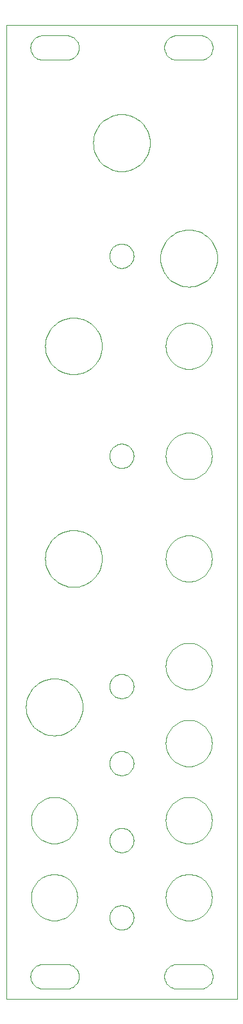
<source format=gbr>
%TF.GenerationSoftware,KiCad,Pcbnew,(5.1.6-0-10_14)*%
%TF.CreationDate,2020-10-22T03:38:20-07:00*%
%TF.ProjectId,panel,70616e65-6c2e-46b6-9963-61645f706362,rev?*%
%TF.SameCoordinates,Original*%
%TF.FileFunction,Profile,NP*%
%FSLAX46Y46*%
G04 Gerber Fmt 4.6, Leading zero omitted, Abs format (unit mm)*
G04 Created by KiCad (PCBNEW (5.1.6-0-10_14)) date 2020-10-22 03:38:20*
%MOMM*%
%LPD*%
G01*
G04 APERTURE LIST*
%TA.AperFunction,Profile*%
%ADD10C,0.100000*%
%TD*%
G04 APERTURE END LIST*
D10*
X-5839990Y-40652000D02*
X-5855740Y-40964000D01*
X-5855740Y-40964000D02*
X-5901960Y-41266000D01*
X-5901960Y-41266000D02*
X-5977110Y-41559000D01*
X-5977110Y-41559000D02*
X-6079680Y-41839000D01*
X-6079680Y-41839000D02*
X-6208110Y-42106000D01*
X-6208110Y-42106000D02*
X-6360890Y-42357000D01*
X-6360890Y-42357000D02*
X-6536470Y-42592000D01*
X-6536470Y-42592000D02*
X-6733320Y-42808000D01*
X-6733320Y-42808000D02*
X-6949920Y-43005000D01*
X-6949920Y-43005000D02*
X-7184720Y-43181000D01*
X-7184720Y-43181000D02*
X-7436190Y-43334000D01*
X-7436190Y-43334000D02*
X-7702810Y-43462000D01*
X-7702810Y-43462000D02*
X-7983030Y-43565000D01*
X-7983030Y-43565000D02*
X-8275330Y-43640000D01*
X-8275330Y-43640000D02*
X-8578170Y-43686000D01*
X-8578170Y-43686000D02*
X-8890010Y-43702000D01*
X-8890010Y-43702000D02*
X-9201860Y-43686000D01*
X-9201860Y-43686000D02*
X-9504700Y-43640000D01*
X-9504700Y-43640000D02*
X-9797000Y-43565000D01*
X-9797000Y-43565000D02*
X-10077220Y-43462000D01*
X-10077220Y-43462000D02*
X-10343840Y-43334000D01*
X-10343840Y-43334000D02*
X-10595310Y-43181000D01*
X-10595310Y-43181000D02*
X-10830110Y-43005000D01*
X-10830110Y-43005000D02*
X-11046710Y-42808000D01*
X-11046710Y-42808000D02*
X-11243560Y-42592000D01*
X-11243560Y-42592000D02*
X-11419140Y-42357000D01*
X-11419140Y-42357000D02*
X-11571920Y-42106000D01*
X-11571920Y-42106000D02*
X-11700350Y-41839000D01*
X-11700350Y-41839000D02*
X-11802920Y-41559000D01*
X-11802920Y-41559000D02*
X-11878070Y-41266000D01*
X-11878070Y-41266000D02*
X-11924290Y-40964000D01*
X-11924290Y-40964000D02*
X-11940040Y-40652000D01*
X-11940040Y-40652000D02*
X-11925120Y-40350000D01*
X-11925120Y-40350000D02*
X-11880890Y-40054000D01*
X-11880890Y-40054000D02*
X-11808200Y-39765000D01*
X-11808200Y-39765000D02*
X-11707870Y-39485000D01*
X-11707870Y-39485000D02*
X-11580730Y-39216000D01*
X-11580730Y-39216000D02*
X-11427600Y-38960000D01*
X-11427600Y-38960000D02*
X-11249320Y-38719000D01*
X-11249320Y-38719000D02*
X-11046710Y-38495000D01*
X-11046710Y-38495000D02*
X-10822990Y-38292000D01*
X-10822990Y-38292000D02*
X-10582170Y-38114000D01*
X-10582170Y-38114000D02*
X-10326240Y-37961000D01*
X-10326240Y-37961000D02*
X-10057210Y-37834000D01*
X-10057210Y-37834000D02*
X-9777070Y-37734000D01*
X-9777070Y-37734000D02*
X-9487820Y-37661000D01*
X-9487820Y-37661000D02*
X-9191470Y-37617000D01*
X-9191470Y-37617000D02*
X-8890010Y-37602000D01*
X-8890010Y-37602000D02*
X-8588560Y-37617000D01*
X-8588560Y-37617000D02*
X-8292200Y-37661000D01*
X-8292200Y-37661000D02*
X-8002960Y-37734000D01*
X-8002960Y-37734000D02*
X-7722820Y-37834000D01*
X-7722820Y-37834000D02*
X-7453790Y-37961000D01*
X-7453790Y-37961000D02*
X-7197860Y-38114000D01*
X-7197860Y-38114000D02*
X-6957040Y-38292000D01*
X-6957040Y-38292000D02*
X-6733320Y-38495000D01*
X-6733320Y-38495000D02*
X-6530710Y-38719000D01*
X-6530710Y-38719000D02*
X-6352430Y-38960000D01*
X-6352430Y-38960000D02*
X-6199300Y-39216000D01*
X-6199300Y-39216000D02*
X-6072160Y-39485000D01*
X-6072160Y-39485000D02*
X-5971830Y-39765000D01*
X-5971830Y-39765000D02*
X-5899140Y-40054000D01*
X-5899140Y-40054000D02*
X-5854910Y-40350000D01*
X-5854910Y-40350000D02*
X-5839990Y-40652000D01*
X-5839990Y-40652000D02*
X-5839990Y-40652000D01*
X-5839990Y-40652000D02*
X-5839990Y-40652000D01*
X-5839990Y-50827000D02*
X-5854910Y-51128000D01*
X-5854910Y-51128000D02*
X-5899140Y-51425000D01*
X-5899140Y-51425000D02*
X-5971830Y-51714000D01*
X-5971830Y-51714000D02*
X-6072160Y-51994000D01*
X-6072160Y-51994000D02*
X-6199300Y-52263000D01*
X-6199300Y-52263000D02*
X-6352430Y-52519000D01*
X-6352430Y-52519000D02*
X-6530710Y-52760000D01*
X-6530710Y-52760000D02*
X-6733320Y-52984000D01*
X-6733320Y-52984000D02*
X-6957040Y-53186000D01*
X-6957040Y-53186000D02*
X-7197860Y-53365000D01*
X-7197860Y-53365000D02*
X-7453790Y-53518000D01*
X-7453790Y-53518000D02*
X-7722820Y-53645000D01*
X-7722820Y-53645000D02*
X-8002960Y-53745000D01*
X-8002960Y-53745000D02*
X-8292200Y-53818000D01*
X-8292200Y-53818000D02*
X-8588560Y-53862000D01*
X-8588560Y-53862000D02*
X-8890010Y-53877000D01*
X-8890010Y-53877000D02*
X-9191470Y-53862000D01*
X-9191470Y-53862000D02*
X-9487820Y-53818000D01*
X-9487820Y-53818000D02*
X-9777070Y-53745000D01*
X-9777070Y-53745000D02*
X-10057210Y-53645000D01*
X-10057210Y-53645000D02*
X-10326240Y-53518000D01*
X-10326240Y-53518000D02*
X-10582170Y-53365000D01*
X-10582170Y-53365000D02*
X-10822990Y-53186000D01*
X-10822990Y-53186000D02*
X-11046710Y-52984000D01*
X-11046710Y-52984000D02*
X-11249320Y-52760000D01*
X-11249320Y-52760000D02*
X-11427600Y-52519000D01*
X-11427600Y-52519000D02*
X-11580730Y-52263000D01*
X-11580730Y-52263000D02*
X-11707870Y-51994000D01*
X-11707870Y-51994000D02*
X-11808200Y-51714000D01*
X-11808200Y-51714000D02*
X-11880890Y-51425000D01*
X-11880890Y-51425000D02*
X-11925120Y-51128000D01*
X-11925120Y-51128000D02*
X-11940040Y-50827000D01*
X-11940040Y-50827000D02*
X-11924290Y-50515000D01*
X-11924290Y-50515000D02*
X-11878070Y-50212000D01*
X-11878070Y-50212000D02*
X-11802920Y-49920000D01*
X-11802920Y-49920000D02*
X-11700350Y-49640000D01*
X-11700350Y-49640000D02*
X-11571920Y-49373000D01*
X-11571920Y-49373000D02*
X-11419140Y-49122000D01*
X-11419140Y-49122000D02*
X-11243560Y-48887000D01*
X-11243560Y-48887000D02*
X-11046710Y-48670000D01*
X-11046710Y-48670000D02*
X-10830110Y-48473000D01*
X-10830110Y-48473000D02*
X-10595310Y-48298000D01*
X-10595310Y-48298000D02*
X-10343840Y-48145000D01*
X-10343840Y-48145000D02*
X-10077220Y-48017000D01*
X-10077220Y-48017000D02*
X-9797000Y-47914000D01*
X-9797000Y-47914000D02*
X-9504700Y-47839000D01*
X-9504700Y-47839000D02*
X-9201860Y-47793000D01*
X-9201860Y-47793000D02*
X-8890010Y-47777000D01*
X-8890010Y-47777000D02*
X-8578170Y-47793000D01*
X-8578170Y-47793000D02*
X-8275330Y-47839000D01*
X-8275330Y-47839000D02*
X-7983030Y-47914000D01*
X-7983030Y-47914000D02*
X-7702810Y-48017000D01*
X-7702810Y-48017000D02*
X-7436190Y-48145000D01*
X-7436190Y-48145000D02*
X-7184720Y-48298000D01*
X-7184720Y-48298000D02*
X-6949920Y-48473000D01*
X-6949920Y-48473000D02*
X-6733320Y-48670000D01*
X-6733320Y-48670000D02*
X-6536470Y-48887000D01*
X-6536470Y-48887000D02*
X-6360890Y-49122000D01*
X-6360890Y-49122000D02*
X-6208110Y-49373000D01*
X-6208110Y-49373000D02*
X-6079680Y-49640000D01*
X-6079680Y-49640000D02*
X-5977110Y-49920000D01*
X-5977110Y-49920000D02*
X-5901960Y-50212000D01*
X-5901960Y-50212000D02*
X-5855740Y-50515000D01*
X-5855740Y-50515000D02*
X-5839990Y-50827000D01*
X-5839990Y-50827000D02*
X-5839990Y-50827000D01*
X-5839990Y-50827000D02*
X-5839990Y-50827000D01*
X11930000Y-50827000D02*
X11915100Y-51128000D01*
X11915100Y-51128000D02*
X11870800Y-51425000D01*
X11870800Y-51425000D02*
X11798100Y-51714000D01*
X11798100Y-51714000D02*
X11697800Y-51994000D01*
X11697800Y-51994000D02*
X11570700Y-52263000D01*
X11570700Y-52263000D02*
X11417500Y-52519000D01*
X11417500Y-52519000D02*
X11239300Y-52760000D01*
X11239300Y-52760000D02*
X11036600Y-52984000D01*
X11036600Y-52984000D02*
X10812900Y-53186000D01*
X10812900Y-53186000D02*
X10572100Y-53365000D01*
X10572100Y-53365000D02*
X10316200Y-53518000D01*
X10316200Y-53518000D02*
X10047100Y-53645000D01*
X10047100Y-53645000D02*
X9767000Y-53745000D01*
X9767000Y-53745000D02*
X9477800Y-53818000D01*
X9477800Y-53818000D02*
X9181400Y-53862000D01*
X9181400Y-53862000D02*
X8880000Y-53877000D01*
X8880000Y-53877000D02*
X8578500Y-53862000D01*
X8578500Y-53862000D02*
X8282100Y-53818000D01*
X8282100Y-53818000D02*
X7992900Y-53745000D01*
X7992900Y-53745000D02*
X7712800Y-53645000D01*
X7712800Y-53645000D02*
X7443700Y-53518000D01*
X7443700Y-53518000D02*
X7187800Y-53365000D01*
X7187800Y-53365000D02*
X6947000Y-53186000D01*
X6947000Y-53186000D02*
X6723300Y-52984000D01*
X6723300Y-52984000D02*
X6520600Y-52760000D01*
X6520600Y-52760000D02*
X6342400Y-52519000D01*
X6342400Y-52519000D02*
X6189200Y-52263000D01*
X6189200Y-52263000D02*
X6062100Y-51994000D01*
X6062100Y-51994000D02*
X5961800Y-51714000D01*
X5961800Y-51714000D02*
X5889100Y-51425000D01*
X5889100Y-51425000D02*
X5844900Y-51128000D01*
X5844900Y-51128000D02*
X5829900Y-50827000D01*
X5829900Y-50827000D02*
X5845700Y-50515000D01*
X5845700Y-50515000D02*
X5891900Y-50212000D01*
X5891900Y-50212000D02*
X5967100Y-49920000D01*
X5967100Y-49920000D02*
X6069600Y-49640000D01*
X6069600Y-49640000D02*
X6198100Y-49373000D01*
X6198100Y-49373000D02*
X6350800Y-49122000D01*
X6350800Y-49122000D02*
X6526400Y-48887000D01*
X6526400Y-48887000D02*
X6723300Y-48670000D01*
X6723300Y-48670000D02*
X6939900Y-48473000D01*
X6939900Y-48473000D02*
X7174700Y-48298000D01*
X7174700Y-48298000D02*
X7426100Y-48145000D01*
X7426100Y-48145000D02*
X7692700Y-48017000D01*
X7692700Y-48017000D02*
X7973000Y-47914000D01*
X7973000Y-47914000D02*
X8265300Y-47839000D01*
X8265300Y-47839000D02*
X8568100Y-47793000D01*
X8568100Y-47793000D02*
X8880000Y-47777000D01*
X8880000Y-47777000D02*
X9191800Y-47793000D01*
X9191800Y-47793000D02*
X9494600Y-47839000D01*
X9494600Y-47839000D02*
X9786900Y-47914000D01*
X9786900Y-47914000D02*
X10067200Y-48017000D01*
X10067200Y-48017000D02*
X10333800Y-48145000D01*
X10333800Y-48145000D02*
X10585200Y-48298000D01*
X10585200Y-48298000D02*
X10820100Y-48473000D01*
X10820100Y-48473000D02*
X11036600Y-48670000D01*
X11036600Y-48670000D02*
X11233500Y-48887000D01*
X11233500Y-48887000D02*
X11409100Y-49122000D01*
X11409100Y-49122000D02*
X11561900Y-49373000D01*
X11561900Y-49373000D02*
X11690300Y-49640000D01*
X11690300Y-49640000D02*
X11792900Y-49920000D01*
X11792900Y-49920000D02*
X11868000Y-50212000D01*
X11868000Y-50212000D02*
X11914200Y-50515000D01*
X11914200Y-50515000D02*
X11930000Y-50827000D01*
X11930000Y-50827000D02*
X11930000Y-50827000D01*
X11930000Y-50827000D02*
X11930000Y-50827000D01*
X11930000Y-40653000D02*
X11914200Y-40965000D01*
X11914200Y-40965000D02*
X11868000Y-41268000D01*
X11868000Y-41268000D02*
X11792900Y-41560000D01*
X11792900Y-41560000D02*
X11690300Y-41841000D01*
X11690300Y-41841000D02*
X11561900Y-42107000D01*
X11561900Y-42107000D02*
X11409100Y-42359000D01*
X11409100Y-42359000D02*
X11233500Y-42594000D01*
X11233500Y-42594000D02*
X11036600Y-42810000D01*
X11036600Y-42810000D02*
X10820100Y-43007000D01*
X10820100Y-43007000D02*
X10585200Y-43183000D01*
X10585200Y-43183000D02*
X10333800Y-43335000D01*
X10333800Y-43335000D02*
X10067200Y-43464000D01*
X10067200Y-43464000D02*
X9786900Y-43566000D01*
X9786900Y-43566000D02*
X9494600Y-43642000D01*
X9494600Y-43642000D02*
X9191800Y-43688000D01*
X9191800Y-43688000D02*
X8880000Y-43703000D01*
X8880000Y-43703000D02*
X8568100Y-43688000D01*
X8568100Y-43688000D02*
X8265300Y-43642000D01*
X8265300Y-43642000D02*
X7973000Y-43566000D01*
X7973000Y-43566000D02*
X7692700Y-43464000D01*
X7692700Y-43464000D02*
X7426100Y-43335000D01*
X7426100Y-43335000D02*
X7174700Y-43183000D01*
X7174700Y-43183000D02*
X6939900Y-43007000D01*
X6939900Y-43007000D02*
X6723300Y-42810000D01*
X6723300Y-42810000D02*
X6526400Y-42594000D01*
X6526400Y-42594000D02*
X6350800Y-42359000D01*
X6350800Y-42359000D02*
X6198100Y-42107000D01*
X6198100Y-42107000D02*
X6069600Y-41841000D01*
X6069600Y-41841000D02*
X5967100Y-41560000D01*
X5967100Y-41560000D02*
X5891900Y-41268000D01*
X5891900Y-41268000D02*
X5845700Y-40965000D01*
X5845700Y-40965000D02*
X5829900Y-40653000D01*
X5829900Y-40653000D02*
X5844900Y-40352000D01*
X5844900Y-40352000D02*
X5889100Y-40056000D01*
X5889100Y-40056000D02*
X5961800Y-39766000D01*
X5961800Y-39766000D02*
X6062100Y-39486000D01*
X6062100Y-39486000D02*
X6189200Y-39217000D01*
X6189200Y-39217000D02*
X6342400Y-38961000D01*
X6342400Y-38961000D02*
X6520600Y-38720000D01*
X6520600Y-38720000D02*
X6723300Y-38497000D01*
X6723300Y-38497000D02*
X6947000Y-38294000D01*
X6947000Y-38294000D02*
X7187800Y-38116000D01*
X7187800Y-38116000D02*
X7443700Y-37963000D01*
X7443700Y-37963000D02*
X7712800Y-37836000D01*
X7712800Y-37836000D02*
X7992900Y-37735000D01*
X7992900Y-37735000D02*
X8282100Y-37663000D01*
X8282100Y-37663000D02*
X8578500Y-37618000D01*
X8578500Y-37618000D02*
X8880000Y-37603000D01*
X8880000Y-37603000D02*
X9181400Y-37618000D01*
X9181400Y-37618000D02*
X9477800Y-37663000D01*
X9477800Y-37663000D02*
X9767000Y-37735000D01*
X9767000Y-37735000D02*
X10047100Y-37836000D01*
X10047100Y-37836000D02*
X10316200Y-37963000D01*
X10316200Y-37963000D02*
X10572100Y-38116000D01*
X10572100Y-38116000D02*
X10812900Y-38294000D01*
X10812900Y-38294000D02*
X11036600Y-38497000D01*
X11036600Y-38497000D02*
X11239300Y-38720000D01*
X11239300Y-38720000D02*
X11417500Y-38961000D01*
X11417500Y-38961000D02*
X11570700Y-39217000D01*
X11570700Y-39217000D02*
X11697800Y-39486000D01*
X11697800Y-39486000D02*
X11798100Y-39766000D01*
X11798100Y-39766000D02*
X11870800Y-40056000D01*
X11870800Y-40056000D02*
X11915100Y-40352000D01*
X11915100Y-40352000D02*
X11930000Y-40653000D01*
X11930000Y-40653000D02*
X11930000Y-40653000D01*
X11930000Y-40653000D02*
X11930000Y-40653000D01*
X11930000Y-30491800D02*
X11915100Y-30793200D01*
X11915100Y-30793200D02*
X11870800Y-31089600D01*
X11870800Y-31089600D02*
X11798100Y-31378800D01*
X11798100Y-31378800D02*
X11697800Y-31659000D01*
X11697800Y-31659000D02*
X11570700Y-31928000D01*
X11570700Y-31928000D02*
X11417500Y-32183900D01*
X11417500Y-32183900D02*
X11239300Y-32424800D01*
X11239300Y-32424800D02*
X11036600Y-32648500D01*
X11036600Y-32648500D02*
X10812900Y-32851100D01*
X10812900Y-32851100D02*
X10572100Y-33029400D01*
X10572100Y-33029400D02*
X10316200Y-33182500D01*
X10316200Y-33182500D02*
X10047100Y-33309600D01*
X10047100Y-33309600D02*
X9767000Y-33410000D01*
X9767000Y-33410000D02*
X9477800Y-33482700D01*
X9477800Y-33482700D02*
X9181400Y-33526900D01*
X9181400Y-33526900D02*
X8880000Y-33541800D01*
X8880000Y-33541800D02*
X8578500Y-33526900D01*
X8578500Y-33526900D02*
X8282100Y-33482700D01*
X8282100Y-33482700D02*
X7992900Y-33410000D01*
X7992900Y-33410000D02*
X7712800Y-33309600D01*
X7712800Y-33309600D02*
X7443700Y-33182500D01*
X7443700Y-33182500D02*
X7187800Y-33029400D01*
X7187800Y-33029400D02*
X6947000Y-32851100D01*
X6947000Y-32851100D02*
X6723300Y-32648500D01*
X6723300Y-32648500D02*
X6520700Y-32424800D01*
X6520700Y-32424800D02*
X6342400Y-32183900D01*
X6342400Y-32183900D02*
X6189200Y-31928000D01*
X6189200Y-31928000D02*
X6062100Y-31659000D01*
X6062100Y-31659000D02*
X5961800Y-31378800D01*
X5961800Y-31378800D02*
X5889100Y-31089600D01*
X5889100Y-31089600D02*
X5844900Y-30793200D01*
X5844900Y-30793200D02*
X5829900Y-30491800D01*
X5829900Y-30491800D02*
X5844900Y-30190300D01*
X5844900Y-30190300D02*
X5889100Y-29894000D01*
X5889100Y-29894000D02*
X5961800Y-29604700D01*
X5961800Y-29604700D02*
X6062100Y-29324600D01*
X6062100Y-29324600D02*
X6189200Y-29055600D01*
X6189200Y-29055600D02*
X6342400Y-28799600D01*
X6342400Y-28799600D02*
X6520700Y-28558800D01*
X6520700Y-28558800D02*
X6723300Y-28335100D01*
X6723300Y-28335100D02*
X6947000Y-28132500D01*
X6947000Y-28132500D02*
X7187800Y-27954200D01*
X7187800Y-27954200D02*
X7443700Y-27801100D01*
X7443700Y-27801100D02*
X7712800Y-27673900D01*
X7712800Y-27673900D02*
X7992900Y-27573600D01*
X7992900Y-27573600D02*
X8282100Y-27500900D01*
X8282100Y-27500900D02*
X8578500Y-27456700D01*
X8578500Y-27456700D02*
X8880000Y-27441800D01*
X8880000Y-27441800D02*
X9181400Y-27456700D01*
X9181400Y-27456700D02*
X9477800Y-27500900D01*
X9477800Y-27500900D02*
X9767000Y-27573600D01*
X9767000Y-27573600D02*
X10047100Y-27673900D01*
X10047100Y-27673900D02*
X10316200Y-27801100D01*
X10316200Y-27801100D02*
X10572100Y-27954200D01*
X10572100Y-27954200D02*
X10812900Y-28132500D01*
X10812900Y-28132500D02*
X11036600Y-28335100D01*
X11036600Y-28335100D02*
X11239300Y-28558800D01*
X11239300Y-28558800D02*
X11417500Y-28799600D01*
X11417500Y-28799600D02*
X11570700Y-29055600D01*
X11570700Y-29055600D02*
X11697800Y-29324600D01*
X11697800Y-29324600D02*
X11798100Y-29604700D01*
X11798100Y-29604700D02*
X11870800Y-29894000D01*
X11870800Y-29894000D02*
X11915100Y-30190300D01*
X11915100Y-30190300D02*
X11930000Y-30491800D01*
X11930000Y-30491800D02*
X11930000Y-30491800D01*
X11930000Y-30491800D02*
X11930000Y-30491800D01*
X11930000Y21890100D02*
X11915100Y21588600D01*
X11915100Y21588600D02*
X11870800Y21292300D01*
X11870800Y21292300D02*
X11798100Y21003000D01*
X11798100Y21003000D02*
X11697800Y20722900D01*
X11697800Y20722900D02*
X11570700Y20453900D01*
X11570700Y20453900D02*
X11417500Y20197900D01*
X11417500Y20197900D02*
X11239300Y19957100D01*
X11239300Y19957100D02*
X11036600Y19733400D01*
X11036600Y19733400D02*
X10812900Y19530800D01*
X10812900Y19530800D02*
X10572100Y19352500D01*
X10572100Y19352500D02*
X10316200Y19199400D01*
X10316200Y19199400D02*
X10047100Y19072200D01*
X10047100Y19072200D02*
X9767000Y18971900D01*
X9767000Y18971900D02*
X9477800Y18899200D01*
X9477800Y18899200D02*
X9181400Y18855000D01*
X9181400Y18855000D02*
X8880000Y18840100D01*
X8880000Y18840100D02*
X8578500Y18855000D01*
X8578500Y18855000D02*
X8282100Y18899200D01*
X8282100Y18899200D02*
X7992900Y18971900D01*
X7992900Y18971900D02*
X7712800Y19072200D01*
X7712800Y19072200D02*
X7443700Y19199400D01*
X7443700Y19199400D02*
X7187800Y19352500D01*
X7187800Y19352500D02*
X6947000Y19530800D01*
X6947000Y19530800D02*
X6723300Y19733400D01*
X6723300Y19733400D02*
X6520700Y19957100D01*
X6520700Y19957100D02*
X6342400Y20197900D01*
X6342400Y20197900D02*
X6189200Y20453900D01*
X6189200Y20453900D02*
X6062100Y20722900D01*
X6062100Y20722900D02*
X5961800Y21003000D01*
X5961800Y21003000D02*
X5889100Y21292300D01*
X5889100Y21292300D02*
X5844900Y21588600D01*
X5844900Y21588600D02*
X5829900Y21890100D01*
X5829900Y21890100D02*
X5844900Y22191500D01*
X5844900Y22191500D02*
X5889100Y22487900D01*
X5889100Y22487900D02*
X5961800Y22777100D01*
X5961800Y22777100D02*
X6062100Y23057300D01*
X6062100Y23057300D02*
X6189200Y23326300D01*
X6189200Y23326300D02*
X6342400Y23582200D01*
X6342400Y23582200D02*
X6520700Y23823100D01*
X6520700Y23823100D02*
X6723300Y24046800D01*
X6723300Y24046800D02*
X6947000Y24249400D01*
X6947000Y24249400D02*
X7187800Y24427700D01*
X7187800Y24427700D02*
X7443700Y24580800D01*
X7443700Y24580800D02*
X7712800Y24707900D01*
X7712800Y24707900D02*
X7992900Y24808300D01*
X7992900Y24808300D02*
X8282100Y24881000D01*
X8282100Y24881000D02*
X8578500Y24925200D01*
X8578500Y24925200D02*
X8880000Y24940100D01*
X8880000Y24940100D02*
X9181400Y24925200D01*
X9181400Y24925200D02*
X9477800Y24881000D01*
X9477800Y24881000D02*
X9767000Y24808300D01*
X9767000Y24808300D02*
X10047100Y24707900D01*
X10047100Y24707900D02*
X10316200Y24580800D01*
X10316200Y24580800D02*
X10572100Y24427700D01*
X10572100Y24427700D02*
X10812900Y24249400D01*
X10812900Y24249400D02*
X11036600Y24046800D01*
X11036600Y24046800D02*
X11239300Y23823100D01*
X11239300Y23823100D02*
X11417500Y23582200D01*
X11417500Y23582200D02*
X11570700Y23326300D01*
X11570700Y23326300D02*
X11697800Y23057300D01*
X11697800Y23057300D02*
X11798100Y22777100D01*
X11798100Y22777100D02*
X11870800Y22487900D01*
X11870800Y22487900D02*
X11915100Y22191500D01*
X11915100Y22191500D02*
X11930000Y21890100D01*
X11930000Y21890100D02*
X11930000Y21890100D01*
X11930000Y21890100D02*
X11930000Y21890100D01*
X11930000Y7395600D02*
X11915100Y7094200D01*
X11915100Y7094200D02*
X11870800Y6797800D01*
X11870800Y6797800D02*
X11798100Y6508600D01*
X11798100Y6508600D02*
X11697800Y6228400D01*
X11697800Y6228400D02*
X11570700Y5959400D01*
X11570700Y5959400D02*
X11417500Y5703500D01*
X11417500Y5703500D02*
X11239300Y5462600D01*
X11239300Y5462600D02*
X11036600Y5238900D01*
X11036600Y5238900D02*
X10812900Y5036300D01*
X10812900Y5036300D02*
X10572100Y4858000D01*
X10572100Y4858000D02*
X10316200Y4704900D01*
X10316200Y4704900D02*
X10047100Y4577800D01*
X10047100Y4577800D02*
X9767000Y4477400D01*
X9767000Y4477400D02*
X9477800Y4404700D01*
X9477800Y4404700D02*
X9181400Y4360500D01*
X9181400Y4360500D02*
X8880000Y4345600D01*
X8880000Y4345600D02*
X8578500Y4360500D01*
X8578500Y4360500D02*
X8282100Y4404700D01*
X8282100Y4404700D02*
X7992900Y4477400D01*
X7992900Y4477400D02*
X7712800Y4577800D01*
X7712800Y4577800D02*
X7443700Y4704900D01*
X7443700Y4704900D02*
X7187800Y4858000D01*
X7187800Y4858000D02*
X6947000Y5036300D01*
X6947000Y5036300D02*
X6723300Y5238900D01*
X6723300Y5238900D02*
X6520700Y5462600D01*
X6520700Y5462600D02*
X6342400Y5703500D01*
X6342400Y5703500D02*
X6189200Y5959400D01*
X6189200Y5959400D02*
X6062100Y6228400D01*
X6062100Y6228400D02*
X5961800Y6508600D01*
X5961800Y6508600D02*
X5889100Y6797800D01*
X5889100Y6797800D02*
X5844900Y7094200D01*
X5844900Y7094200D02*
X5829900Y7395600D01*
X5829900Y7395600D02*
X5844900Y7697100D01*
X5844900Y7697100D02*
X5889100Y7993400D01*
X5889100Y7993400D02*
X5961800Y8282700D01*
X5961800Y8282700D02*
X6062100Y8562800D01*
X6062100Y8562800D02*
X6189200Y8831800D01*
X6189200Y8831800D02*
X6342400Y9087800D01*
X6342400Y9087800D02*
X6520700Y9328600D01*
X6520700Y9328600D02*
X6723300Y9552300D01*
X6723300Y9552300D02*
X6947000Y9754900D01*
X6947000Y9754900D02*
X7187800Y9933200D01*
X7187800Y9933200D02*
X7443700Y10086300D01*
X7443700Y10086300D02*
X7712800Y10213500D01*
X7712800Y10213500D02*
X7992900Y10313800D01*
X7992900Y10313800D02*
X8282100Y10386500D01*
X8282100Y10386500D02*
X8578500Y10430700D01*
X8578500Y10430700D02*
X8880000Y10445600D01*
X8880000Y10445600D02*
X9181400Y10430700D01*
X9181400Y10430700D02*
X9477800Y10386500D01*
X9477800Y10386500D02*
X9767000Y10313800D01*
X9767000Y10313800D02*
X10047100Y10213500D01*
X10047100Y10213500D02*
X10316200Y10086300D01*
X10316200Y10086300D02*
X10572100Y9933200D01*
X10572100Y9933200D02*
X10812900Y9754900D01*
X10812900Y9754900D02*
X11036600Y9552300D01*
X11036600Y9552300D02*
X11239300Y9328600D01*
X11239300Y9328600D02*
X11417500Y9087800D01*
X11417500Y9087800D02*
X11570700Y8831800D01*
X11570700Y8831800D02*
X11697800Y8562800D01*
X11697800Y8562800D02*
X11798100Y8282700D01*
X11798100Y8282700D02*
X11870800Y7993400D01*
X11870800Y7993400D02*
X11915100Y7697100D01*
X11915100Y7697100D02*
X11930000Y7395600D01*
X11930000Y7395600D02*
X11930000Y7395600D01*
X11930000Y7395600D02*
X11930000Y7395600D01*
X11930000Y-6139800D02*
X11915100Y-6441300D01*
X11915100Y-6441300D02*
X11870800Y-6737700D01*
X11870800Y-6737700D02*
X11798100Y-7026900D01*
X11798100Y-7026900D02*
X11697800Y-7307000D01*
X11697800Y-7307000D02*
X11570700Y-7576100D01*
X11570700Y-7576100D02*
X11417500Y-7832000D01*
X11417500Y-7832000D02*
X11239300Y-8072800D01*
X11239300Y-8072800D02*
X11036600Y-8296500D01*
X11036600Y-8296500D02*
X10812900Y-8499100D01*
X10812900Y-8499100D02*
X10572100Y-8677400D01*
X10572100Y-8677400D02*
X10316200Y-8830600D01*
X10316200Y-8830600D02*
X10047100Y-8957700D01*
X10047100Y-8957700D02*
X9767000Y-9058000D01*
X9767000Y-9058000D02*
X9477800Y-9130700D01*
X9477800Y-9130700D02*
X9181400Y-9174900D01*
X9181400Y-9174900D02*
X8880000Y-9189900D01*
X8880000Y-9189900D02*
X8578500Y-9174900D01*
X8578500Y-9174900D02*
X8282100Y-9130700D01*
X8282100Y-9130700D02*
X7992900Y-9058000D01*
X7992900Y-9058000D02*
X7712800Y-8957700D01*
X7712800Y-8957700D02*
X7443700Y-8830600D01*
X7443700Y-8830600D02*
X7187800Y-8677400D01*
X7187800Y-8677400D02*
X6947000Y-8499100D01*
X6947000Y-8499100D02*
X6723300Y-8296500D01*
X6723300Y-8296500D02*
X6520700Y-8072800D01*
X6520700Y-8072800D02*
X6342400Y-7832000D01*
X6342400Y-7832000D02*
X6189200Y-7576100D01*
X6189200Y-7576100D02*
X6062100Y-7307000D01*
X6062100Y-7307000D02*
X5961800Y-7026900D01*
X5961800Y-7026900D02*
X5889100Y-6737700D01*
X5889100Y-6737700D02*
X5844900Y-6441300D01*
X5844900Y-6441300D02*
X5829900Y-6139800D01*
X5829900Y-6139800D02*
X5844900Y-5838400D01*
X5844900Y-5838400D02*
X5889100Y-5542000D01*
X5889100Y-5542000D02*
X5961800Y-5252800D01*
X5961800Y-5252800D02*
X6062100Y-4972700D01*
X6062100Y-4972700D02*
X6189200Y-4703600D01*
X6189200Y-4703600D02*
X6342400Y-4447700D01*
X6342400Y-4447700D02*
X6520700Y-4206900D01*
X6520700Y-4206900D02*
X6723300Y-3983200D01*
X6723300Y-3983200D02*
X6947000Y-3780500D01*
X6947000Y-3780500D02*
X7187800Y-3602300D01*
X7187800Y-3602300D02*
X7443700Y-3449100D01*
X7443700Y-3449100D02*
X7712800Y-3322000D01*
X7712800Y-3322000D02*
X7992900Y-3221700D01*
X7992900Y-3221700D02*
X8282100Y-3149000D01*
X8282100Y-3149000D02*
X8578500Y-3104700D01*
X8578500Y-3104700D02*
X8880000Y-3089800D01*
X8880000Y-3089800D02*
X9181400Y-3104700D01*
X9181400Y-3104700D02*
X9477800Y-3149000D01*
X9477800Y-3149000D02*
X9767000Y-3221700D01*
X9767000Y-3221700D02*
X10047100Y-3322000D01*
X10047100Y-3322000D02*
X10316200Y-3449100D01*
X10316200Y-3449100D02*
X10572100Y-3602300D01*
X10572100Y-3602300D02*
X10812900Y-3780500D01*
X10812900Y-3780500D02*
X11036600Y-3983200D01*
X11036600Y-3983200D02*
X11239300Y-4206900D01*
X11239300Y-4206900D02*
X11417500Y-4447700D01*
X11417500Y-4447700D02*
X11570700Y-4703600D01*
X11570700Y-4703600D02*
X11697800Y-4972700D01*
X11697800Y-4972700D02*
X11798100Y-5252800D01*
X11798100Y-5252800D02*
X11870800Y-5542000D01*
X11870800Y-5542000D02*
X11915100Y-5838400D01*
X11915100Y-5838400D02*
X11930000Y-6139800D01*
X11930000Y-6139800D02*
X11930000Y-6139800D01*
X11930000Y-6139800D02*
X11930000Y-6139800D01*
X11930000Y-20329800D02*
X11915100Y-20631200D01*
X11915100Y-20631200D02*
X11870800Y-20927600D01*
X11870800Y-20927600D02*
X11798100Y-21216800D01*
X11798100Y-21216800D02*
X11697800Y-21497000D01*
X11697800Y-21497000D02*
X11570700Y-21766000D01*
X11570700Y-21766000D02*
X11417500Y-22021900D01*
X11417500Y-22021900D02*
X11239300Y-22262800D01*
X11239300Y-22262800D02*
X11036600Y-22486500D01*
X11036600Y-22486500D02*
X10812900Y-22689100D01*
X10812900Y-22689100D02*
X10572100Y-22867400D01*
X10572100Y-22867400D02*
X10316200Y-23020500D01*
X10316200Y-23020500D02*
X10047100Y-23147600D01*
X10047100Y-23147600D02*
X9767000Y-23248000D01*
X9767000Y-23248000D02*
X9477800Y-23320700D01*
X9477800Y-23320700D02*
X9181400Y-23364900D01*
X9181400Y-23364900D02*
X8880000Y-23379800D01*
X8880000Y-23379800D02*
X8578500Y-23364900D01*
X8578500Y-23364900D02*
X8282100Y-23320700D01*
X8282100Y-23320700D02*
X7992900Y-23248000D01*
X7992900Y-23248000D02*
X7712800Y-23147600D01*
X7712800Y-23147600D02*
X7443700Y-23020500D01*
X7443700Y-23020500D02*
X7187800Y-22867400D01*
X7187800Y-22867400D02*
X6947000Y-22689100D01*
X6947000Y-22689100D02*
X6723300Y-22486500D01*
X6723300Y-22486500D02*
X6520700Y-22262800D01*
X6520700Y-22262800D02*
X6342400Y-22021900D01*
X6342400Y-22021900D02*
X6189200Y-21766000D01*
X6189200Y-21766000D02*
X6062100Y-21497000D01*
X6062100Y-21497000D02*
X5961800Y-21216800D01*
X5961800Y-21216800D02*
X5889100Y-20927600D01*
X5889100Y-20927600D02*
X5844900Y-20631200D01*
X5844900Y-20631200D02*
X5829900Y-20329800D01*
X5829900Y-20329800D02*
X5844900Y-20028300D01*
X5844900Y-20028300D02*
X5889100Y-19732000D01*
X5889100Y-19732000D02*
X5961800Y-19442700D01*
X5961800Y-19442700D02*
X6062100Y-19162600D01*
X6062100Y-19162600D02*
X6189200Y-18893600D01*
X6189200Y-18893600D02*
X6342400Y-18637600D01*
X6342400Y-18637600D02*
X6520700Y-18396800D01*
X6520700Y-18396800D02*
X6723300Y-18173100D01*
X6723300Y-18173100D02*
X6947000Y-17970500D01*
X6947000Y-17970500D02*
X7187800Y-17792200D01*
X7187800Y-17792200D02*
X7443700Y-17639100D01*
X7443700Y-17639100D02*
X7712800Y-17511900D01*
X7712800Y-17511900D02*
X7992900Y-17411600D01*
X7992900Y-17411600D02*
X8282100Y-17338900D01*
X8282100Y-17338900D02*
X8578500Y-17294700D01*
X8578500Y-17294700D02*
X8880000Y-17279800D01*
X8880000Y-17279800D02*
X9181400Y-17294700D01*
X9181400Y-17294700D02*
X9477800Y-17338900D01*
X9477800Y-17338900D02*
X9767000Y-17411600D01*
X9767000Y-17411600D02*
X10047100Y-17511900D01*
X10047100Y-17511900D02*
X10316200Y-17639100D01*
X10316200Y-17639100D02*
X10572100Y-17792200D01*
X10572100Y-17792200D02*
X10812900Y-17970500D01*
X10812900Y-17970500D02*
X11036600Y-18173100D01*
X11036600Y-18173100D02*
X11239300Y-18396800D01*
X11239300Y-18396800D02*
X11417500Y-18637600D01*
X11417500Y-18637600D02*
X11570700Y-18893600D01*
X11570700Y-18893600D02*
X11697800Y-19162600D01*
X11697800Y-19162600D02*
X11798100Y-19442700D01*
X11798100Y-19442700D02*
X11870800Y-19732000D01*
X11870800Y-19732000D02*
X11915100Y-20028300D01*
X11915100Y-20028300D02*
X11930000Y-20329800D01*
X11930000Y-20329800D02*
X11930000Y-20329800D01*
X11930000Y-20329800D02*
X11930000Y-20329800D01*
X-5140100Y-25709800D02*
X-5159400Y-26093200D01*
X-5159400Y-26093200D02*
X-5216200Y-26465600D01*
X-5216200Y-26465600D02*
X-5308640Y-26824900D01*
X-5308640Y-26824900D02*
X-5434740Y-27169500D01*
X-5434740Y-27169500D02*
X-5592650Y-27497300D01*
X-5592650Y-27497300D02*
X-5780490Y-27806500D01*
X-5780490Y-27806500D02*
X-5996360Y-28095100D01*
X-5996360Y-28095100D02*
X-6238390Y-28361400D01*
X-6238390Y-28361400D02*
X-6504690Y-28603500D01*
X-6504690Y-28603500D02*
X-6793370Y-28819400D01*
X-6793370Y-28819400D02*
X-7102560Y-29007200D01*
X-7102560Y-29007200D02*
X-7430360Y-29165100D01*
X-7430360Y-29165100D02*
X-7774890Y-29291200D01*
X-7774890Y-29291200D02*
X-8134270Y-29383600D01*
X-8134270Y-29383600D02*
X-8506600Y-29440400D01*
X-8506600Y-29440400D02*
X-8890010Y-29459800D01*
X-8890010Y-29459800D02*
X-9273430Y-29440400D01*
X-9273430Y-29440400D02*
X-9645760Y-29383600D01*
X-9645760Y-29383600D02*
X-10005140Y-29291200D01*
X-10005140Y-29291200D02*
X-10349670Y-29165100D01*
X-10349670Y-29165100D02*
X-10677470Y-29007200D01*
X-10677470Y-29007200D02*
X-10986650Y-28819400D01*
X-10986650Y-28819400D02*
X-11275340Y-28603500D01*
X-11275340Y-28603500D02*
X-11541640Y-28361400D01*
X-11541640Y-28361400D02*
X-11783670Y-28095100D01*
X-11783670Y-28095100D02*
X-11999540Y-27806500D01*
X-11999540Y-27806500D02*
X-12187380Y-27497300D01*
X-12187380Y-27497300D02*
X-12345290Y-27169500D01*
X-12345290Y-27169500D02*
X-12471390Y-26824900D01*
X-12471390Y-26824900D02*
X-12563790Y-26465600D01*
X-12563790Y-26465600D02*
X-12620620Y-26093200D01*
X-12620620Y-26093200D02*
X-12639980Y-25709800D01*
X-12639980Y-25709800D02*
X-12621630Y-25339200D01*
X-12621630Y-25339200D02*
X-12567260Y-24974800D01*
X-12567260Y-24974800D02*
X-12477880Y-24619200D01*
X-12477880Y-24619200D02*
X-12354530Y-24274800D01*
X-12354530Y-24274800D02*
X-12198210Y-23944000D01*
X-12198210Y-23944000D02*
X-12009940Y-23629300D01*
X-12009940Y-23629300D02*
X-11790740Y-23333300D01*
X-11790740Y-23333300D02*
X-11541640Y-23058200D01*
X-11541640Y-23058200D02*
X-11266580Y-22809100D01*
X-11266580Y-22809100D02*
X-10970500Y-22589900D01*
X-10970500Y-22589900D02*
X-10655840Y-22401600D01*
X-10655840Y-22401600D02*
X-10325060Y-22245300D01*
X-10325060Y-22245300D02*
X-9980640Y-22122000D01*
X-9980640Y-22122000D02*
X-9625010Y-22032600D01*
X-9625010Y-22032600D02*
X-9260650Y-21978200D01*
X-9260650Y-21978200D02*
X-8890010Y-21959900D01*
X-8890010Y-21959900D02*
X-8506600Y-21979200D01*
X-8506600Y-21979200D02*
X-8134270Y-22036000D01*
X-8134270Y-22036000D02*
X-7774890Y-22128500D01*
X-7774890Y-22128500D02*
X-7430360Y-22254600D01*
X-7430360Y-22254600D02*
X-7102560Y-22412500D01*
X-7102560Y-22412500D02*
X-6793370Y-22600300D01*
X-6793370Y-22600300D02*
X-6504690Y-22816200D01*
X-6504690Y-22816200D02*
X-6238390Y-23058200D01*
X-6238390Y-23058200D02*
X-5996360Y-23324500D01*
X-5996360Y-23324500D02*
X-5780490Y-23613200D01*
X-5780490Y-23613200D02*
X-5592650Y-23922400D01*
X-5592650Y-23922400D02*
X-5434740Y-24250200D01*
X-5434740Y-24250200D02*
X-5308640Y-24594700D01*
X-5308640Y-24594700D02*
X-5216200Y-24954100D01*
X-5216200Y-24954100D02*
X-5159400Y-25326400D01*
X-5159400Y-25326400D02*
X-5140100Y-25709800D01*
X-5140100Y-25709800D02*
X-5140100Y-25709800D01*
X-5140100Y-25709800D02*
X-5140100Y-25709800D01*
X-2600100Y-6139800D02*
X-2618400Y-6510500D01*
X-2618400Y-6510500D02*
X-2672800Y-6874800D01*
X-2672800Y-6874800D02*
X-2762100Y-7230500D01*
X-2762100Y-7230500D02*
X-2885500Y-7574900D01*
X-2885500Y-7574900D02*
X-3041800Y-7905700D01*
X-3041800Y-7905700D02*
X-3230100Y-8220300D01*
X-3230100Y-8220300D02*
X-3449300Y-8516400D01*
X-3449300Y-8516400D02*
X-3698400Y-8791500D01*
X-3698400Y-8791500D02*
X-3973500Y-9040600D01*
X-3973500Y-9040600D02*
X-4269500Y-9259800D01*
X-4269500Y-9259800D02*
X-4584200Y-9448000D01*
X-4584200Y-9448000D02*
X-4915000Y-9604400D01*
X-4915000Y-9604400D02*
X-5259400Y-9727700D01*
X-5259400Y-9727700D02*
X-5615020Y-9817100D01*
X-5615020Y-9817100D02*
X-5979380Y-9871500D01*
X-5979380Y-9871500D02*
X-6350020Y-9889800D01*
X-6350020Y-9889800D02*
X-6720660Y-9871500D01*
X-6720660Y-9871500D02*
X-7085020Y-9817100D01*
X-7085020Y-9817100D02*
X-7440640Y-9727700D01*
X-7440640Y-9727700D02*
X-7785070Y-9604400D01*
X-7785070Y-9604400D02*
X-8115840Y-9448000D01*
X-8115840Y-9448000D02*
X-8430500Y-9259800D01*
X-8430500Y-9259800D02*
X-8726590Y-9040600D01*
X-8726590Y-9040600D02*
X-9001640Y-8791500D01*
X-9001640Y-8791500D02*
X-9250750Y-8516400D01*
X-9250750Y-8516400D02*
X-9469940Y-8220300D01*
X-9469940Y-8220300D02*
X-9658210Y-7905700D01*
X-9658210Y-7905700D02*
X-9814530Y-7574900D01*
X-9814530Y-7574900D02*
X-9937890Y-7230500D01*
X-9937890Y-7230500D02*
X-10027260Y-6874800D01*
X-10027260Y-6874800D02*
X-10081630Y-6510500D01*
X-10081630Y-6510500D02*
X-10099980Y-6139800D01*
X-10099980Y-6139800D02*
X-10081630Y-5769200D01*
X-10081630Y-5769200D02*
X-10027260Y-5404800D01*
X-10027260Y-5404800D02*
X-9937890Y-5049200D01*
X-9937890Y-5049200D02*
X-9814530Y-4704800D01*
X-9814530Y-4704800D02*
X-9658210Y-4374000D01*
X-9658210Y-4374000D02*
X-9469940Y-4059400D01*
X-9469940Y-4059400D02*
X-9250750Y-3763300D01*
X-9250750Y-3763300D02*
X-9001640Y-3488200D01*
X-9001640Y-3488200D02*
X-8726590Y-3239100D01*
X-8726590Y-3239100D02*
X-8430500Y-3019900D01*
X-8430500Y-3019900D02*
X-8115840Y-2831700D01*
X-8115840Y-2831700D02*
X-7785070Y-2675300D01*
X-7785070Y-2675300D02*
X-7440640Y-2552000D01*
X-7440640Y-2552000D02*
X-7085020Y-2462600D01*
X-7085020Y-2462600D02*
X-6720660Y-2408200D01*
X-6720660Y-2408200D02*
X-6350020Y-2389900D01*
X-6350020Y-2389900D02*
X-5979380Y-2408200D01*
X-5979380Y-2408200D02*
X-5615020Y-2462600D01*
X-5615020Y-2462600D02*
X-5259400Y-2552000D01*
X-5259400Y-2552000D02*
X-4915000Y-2675300D01*
X-4915000Y-2675300D02*
X-4584200Y-2831700D01*
X-4584200Y-2831700D02*
X-4269500Y-3019900D01*
X-4269500Y-3019900D02*
X-3973500Y-3239100D01*
X-3973500Y-3239100D02*
X-3698400Y-3488200D01*
X-3698400Y-3488200D02*
X-3449300Y-3763300D01*
X-3449300Y-3763300D02*
X-3230100Y-4059400D01*
X-3230100Y-4059400D02*
X-3041800Y-4374000D01*
X-3041800Y-4374000D02*
X-2885500Y-4704800D01*
X-2885500Y-4704800D02*
X-2762100Y-5049200D01*
X-2762100Y-5049200D02*
X-2672800Y-5404800D01*
X-2672800Y-5404800D02*
X-2618400Y-5769200D01*
X-2618400Y-5769200D02*
X-2600100Y-6139800D01*
X-2600100Y-6139800D02*
X-2600100Y-6139800D01*
X-2600100Y-6139800D02*
X-2600100Y-6139800D01*
X-2600100Y21890100D02*
X-2618400Y21519500D01*
X-2618400Y21519500D02*
X-2672800Y21155100D01*
X-2672800Y21155100D02*
X-2762100Y20799500D01*
X-2762100Y20799500D02*
X-2885500Y20455000D01*
X-2885500Y20455000D02*
X-3041800Y20124300D01*
X-3041800Y20124300D02*
X-3230100Y19809600D01*
X-3230100Y19809600D02*
X-3449300Y19513500D01*
X-3449300Y19513500D02*
X-3698400Y19238500D01*
X-3698400Y19238500D02*
X-3973500Y18989400D01*
X-3973500Y18989400D02*
X-4269500Y18770200D01*
X-4269500Y18770200D02*
X-4584200Y18581900D01*
X-4584200Y18581900D02*
X-4915000Y18425600D01*
X-4915000Y18425600D02*
X-5259400Y18302200D01*
X-5259400Y18302200D02*
X-5615020Y18212800D01*
X-5615020Y18212800D02*
X-5979380Y18158500D01*
X-5979380Y18158500D02*
X-6350020Y18140100D01*
X-6350020Y18140100D02*
X-6720660Y18158500D01*
X-6720660Y18158500D02*
X-7085020Y18212800D01*
X-7085020Y18212800D02*
X-7440640Y18302200D01*
X-7440640Y18302200D02*
X-7785070Y18425600D01*
X-7785070Y18425600D02*
X-8115840Y18581900D01*
X-8115840Y18581900D02*
X-8430500Y18770200D01*
X-8430500Y18770200D02*
X-8726590Y18989400D01*
X-8726590Y18989400D02*
X-9001640Y19238500D01*
X-9001640Y19238500D02*
X-9250750Y19513500D01*
X-9250750Y19513500D02*
X-9469940Y19809600D01*
X-9469940Y19809600D02*
X-9658210Y20124300D01*
X-9658210Y20124300D02*
X-9814530Y20455000D01*
X-9814530Y20455000D02*
X-9937890Y20799500D01*
X-9937890Y20799500D02*
X-10027260Y21155100D01*
X-10027260Y21155100D02*
X-10081630Y21519500D01*
X-10081630Y21519500D02*
X-10099980Y21890100D01*
X-10099980Y21890100D02*
X-10081630Y22260700D01*
X-10081630Y22260700D02*
X-10027260Y22625100D01*
X-10027260Y22625100D02*
X-9937890Y22980700D01*
X-9937890Y22980700D02*
X-9814530Y23325100D01*
X-9814530Y23325100D02*
X-9658210Y23655900D01*
X-9658210Y23655900D02*
X-9469940Y23970600D01*
X-9469940Y23970600D02*
X-9250750Y24266700D01*
X-9250750Y24266700D02*
X-9001640Y24541700D01*
X-9001640Y24541700D02*
X-8726590Y24790800D01*
X-8726590Y24790800D02*
X-8430500Y25010000D01*
X-8430500Y25010000D02*
X-8115840Y25198300D01*
X-8115840Y25198300D02*
X-7785070Y25354600D01*
X-7785070Y25354600D02*
X-7440640Y25478000D01*
X-7440640Y25478000D02*
X-7085020Y25567300D01*
X-7085020Y25567300D02*
X-6720660Y25621700D01*
X-6720660Y25621700D02*
X-6350020Y25640100D01*
X-6350020Y25640100D02*
X-5979380Y25621700D01*
X-5979380Y25621700D02*
X-5615020Y25567300D01*
X-5615020Y25567300D02*
X-5259400Y25478000D01*
X-5259400Y25478000D02*
X-4915000Y25354600D01*
X-4915000Y25354600D02*
X-4584200Y25198300D01*
X-4584200Y25198300D02*
X-4269500Y25010000D01*
X-4269500Y25010000D02*
X-3973500Y24790800D01*
X-3973500Y24790800D02*
X-3698400Y24541700D01*
X-3698400Y24541700D02*
X-3449300Y24266700D01*
X-3449300Y24266700D02*
X-3230100Y23970600D01*
X-3230100Y23970600D02*
X-3041800Y23655900D01*
X-3041800Y23655900D02*
X-2885500Y23325100D01*
X-2885500Y23325100D02*
X-2762100Y22980700D01*
X-2762100Y22980700D02*
X-2672800Y22625100D01*
X-2672800Y22625100D02*
X-2618400Y22260700D01*
X-2618400Y22260700D02*
X-2600100Y21890100D01*
X-2600100Y21890100D02*
X-2600100Y21890100D01*
X-2600100Y21890100D02*
X-2600100Y21890100D01*
X3749900Y48690000D02*
X3731600Y48319400D01*
X3731600Y48319400D02*
X3677200Y47955000D01*
X3677200Y47955000D02*
X3587800Y47599400D01*
X3587800Y47599400D02*
X3464500Y47254900D01*
X3464500Y47254900D02*
X3308200Y46924200D01*
X3308200Y46924200D02*
X3119900Y46609500D01*
X3119900Y46609500D02*
X2900700Y46313400D01*
X2900700Y46313400D02*
X2651600Y46038400D01*
X2651600Y46038400D02*
X2376500Y45789300D01*
X2376500Y45789300D02*
X2080400Y45570100D01*
X2080400Y45570100D02*
X1765800Y45381800D01*
X1765800Y45381800D02*
X1435000Y45225500D01*
X1435000Y45225500D02*
X1090600Y45102100D01*
X1090600Y45102100D02*
X735000Y45012800D01*
X735000Y45012800D02*
X370600Y44958400D01*
X370600Y44958400D02*
X0Y44940000D01*
X0Y44940000D02*
X-383400Y44959400D01*
X-383400Y44959400D02*
X-755800Y45016200D01*
X-755800Y45016200D02*
X-1115200Y45108600D01*
X-1115200Y45108600D02*
X-1459700Y45234700D01*
X-1459700Y45234700D02*
X-1787500Y45392600D01*
X-1787500Y45392600D02*
X-2096700Y45580500D01*
X-2096700Y45580500D02*
X-2385400Y45796300D01*
X-2385400Y45796300D02*
X-2651700Y46038400D01*
X-2651700Y46038400D02*
X-2893700Y46304700D01*
X-2893700Y46304700D02*
X-3109600Y46593400D01*
X-3109600Y46593400D02*
X-3297400Y46902500D01*
X-3297400Y46902500D02*
X-3455300Y47230300D01*
X-3455300Y47230300D02*
X-3581400Y47574900D01*
X-3581400Y47574900D02*
X-3673800Y47934200D01*
X-3673800Y47934200D02*
X-3730600Y48306600D01*
X-3730600Y48306600D02*
X-3750000Y48690000D01*
X-3750000Y48690000D02*
X-3730600Y49073400D01*
X-3730600Y49073400D02*
X-3673800Y49445700D01*
X-3673800Y49445700D02*
X-3581400Y49805100D01*
X-3581400Y49805100D02*
X-3455300Y50149700D01*
X-3455300Y50149700D02*
X-3297400Y50477500D01*
X-3297400Y50477500D02*
X-3109600Y50786600D01*
X-3109600Y50786600D02*
X-2893700Y51075300D01*
X-2893700Y51075300D02*
X-2651700Y51341600D01*
X-2651700Y51341600D02*
X-2385400Y51583600D01*
X-2385400Y51583600D02*
X-2096700Y51799500D01*
X-2096700Y51799500D02*
X-1787500Y51987400D01*
X-1787500Y51987400D02*
X-1459700Y52145300D01*
X-1459700Y52145300D02*
X-1115200Y52271400D01*
X-1115200Y52271400D02*
X-755800Y52363800D01*
X-755800Y52363800D02*
X-383400Y52420600D01*
X-383400Y52420600D02*
X0Y52440000D01*
X0Y52440000D02*
X370600Y52421600D01*
X370600Y52421600D02*
X735000Y52367200D01*
X735000Y52367200D02*
X1090600Y52277900D01*
X1090600Y52277900D02*
X1435000Y52154500D01*
X1435000Y52154500D02*
X1765800Y51998200D01*
X1765800Y51998200D02*
X2080400Y51809900D01*
X2080400Y51809900D02*
X2376500Y51590700D01*
X2376500Y51590700D02*
X2651600Y51341600D01*
X2651600Y51341600D02*
X2900700Y51066600D01*
X2900700Y51066600D02*
X3119900Y50770500D01*
X3119900Y50770500D02*
X3308200Y50455800D01*
X3308200Y50455800D02*
X3464500Y50125000D01*
X3464500Y50125000D02*
X3587800Y49780600D01*
X3587800Y49780600D02*
X3677200Y49425000D01*
X3677200Y49425000D02*
X3731600Y49060600D01*
X3731600Y49060600D02*
X3749900Y48690000D01*
X3749900Y48690000D02*
X3749900Y48690000D01*
X3749900Y48690000D02*
X3749900Y48690000D01*
X12629900Y33470100D02*
X12611600Y33099500D01*
X12611600Y33099500D02*
X12557200Y32735100D01*
X12557200Y32735100D02*
X12467800Y32379500D01*
X12467800Y32379500D02*
X12344500Y32035000D01*
X12344500Y32035000D02*
X12188100Y31704300D01*
X12188100Y31704300D02*
X11999900Y31389600D01*
X11999900Y31389600D02*
X11780700Y31093500D01*
X11780700Y31093500D02*
X11531600Y30818500D01*
X11531600Y30818500D02*
X11256500Y30569400D01*
X11256500Y30569400D02*
X10960400Y30350200D01*
X10960400Y30350200D02*
X10645800Y30161900D01*
X10645800Y30161900D02*
X10315000Y30005600D01*
X10315000Y30005600D02*
X9970600Y29882200D01*
X9970600Y29882200D02*
X9615000Y29792900D01*
X9615000Y29792900D02*
X9250600Y29738500D01*
X9250600Y29738500D02*
X8880000Y29720100D01*
X8880000Y29720100D02*
X8509300Y29738500D01*
X8509300Y29738500D02*
X8145000Y29792900D01*
X8145000Y29792900D02*
X7789300Y29882200D01*
X7789300Y29882200D02*
X7444900Y30005600D01*
X7444900Y30005600D02*
X7114100Y30161900D01*
X7114100Y30161900D02*
X6799500Y30350200D01*
X6799500Y30350200D02*
X6503400Y30569400D01*
X6503400Y30569400D02*
X6228300Y30818500D01*
X6228300Y30818500D02*
X5979200Y31093500D01*
X5979200Y31093500D02*
X5760000Y31389600D01*
X5760000Y31389600D02*
X5571800Y31704300D01*
X5571800Y31704300D02*
X5415400Y32035000D01*
X5415400Y32035000D02*
X5292100Y32379500D01*
X5292100Y32379500D02*
X5202700Y32735100D01*
X5202700Y32735100D02*
X5148300Y33099500D01*
X5148300Y33099500D02*
X5130000Y33470100D01*
X5130000Y33470100D02*
X5149400Y33853500D01*
X5149400Y33853500D02*
X5206200Y34225800D01*
X5206200Y34225800D02*
X5298600Y34585200D01*
X5298600Y34585200D02*
X5424700Y34929800D01*
X5424700Y34929800D02*
X5582600Y35257600D01*
X5582600Y35257600D02*
X5770400Y35566700D01*
X5770400Y35566700D02*
X5986300Y35855400D01*
X5986300Y35855400D02*
X6228300Y36121700D01*
X6228300Y36121700D02*
X6494600Y36363800D01*
X6494600Y36363800D02*
X6783300Y36579600D01*
X6783300Y36579600D02*
X7092500Y36767500D01*
X7092500Y36767500D02*
X7420300Y36925400D01*
X7420300Y36925400D02*
X7764800Y37051500D01*
X7764800Y37051500D02*
X8124200Y37143900D01*
X8124200Y37143900D02*
X8496500Y37200700D01*
X8496500Y37200700D02*
X8880000Y37220100D01*
X8880000Y37220100D02*
X9263400Y37200700D01*
X9263400Y37200700D02*
X9635700Y37143900D01*
X9635700Y37143900D02*
X9995100Y37051500D01*
X9995100Y37051500D02*
X10339600Y36925400D01*
X10339600Y36925400D02*
X10667400Y36767500D01*
X10667400Y36767500D02*
X10976600Y36579600D01*
X10976600Y36579600D02*
X11265300Y36363800D01*
X11265300Y36363800D02*
X11531600Y36121700D01*
X11531600Y36121700D02*
X11773600Y35855400D01*
X11773600Y35855400D02*
X11989500Y35566700D01*
X11989500Y35566700D02*
X12177300Y35257600D01*
X12177300Y35257600D02*
X12335200Y34929800D01*
X12335200Y34929800D02*
X12461300Y34585200D01*
X12461300Y34585200D02*
X12553700Y34225800D01*
X12553700Y34225800D02*
X12610600Y33853500D01*
X12610600Y33853500D02*
X12629900Y33470100D01*
X12629900Y33470100D02*
X12629900Y33470100D01*
X12629900Y33470100D02*
X12629900Y33470100D01*
X1600400Y-22978500D02*
X1592200Y-23142100D01*
X1592200Y-23142100D02*
X1567900Y-23300900D01*
X1567900Y-23300900D02*
X1528500Y-23454300D01*
X1528500Y-23454300D02*
X1474700Y-23601300D01*
X1474700Y-23601300D02*
X1407300Y-23741200D01*
X1407300Y-23741200D02*
X1327200Y-23873100D01*
X1327200Y-23873100D02*
X1131800Y-24109900D01*
X1131800Y-24109900D02*
X895000Y-24305300D01*
X895000Y-24305300D02*
X763100Y-24385400D01*
X763100Y-24385400D02*
X623200Y-24452800D01*
X623200Y-24452800D02*
X476200Y-24506600D01*
X476200Y-24506600D02*
X322900Y-24546000D01*
X322900Y-24546000D02*
X164000Y-24570300D01*
X164000Y-24570300D02*
X400Y-24578500D01*
X400Y-24578500D02*
X-163200Y-24570300D01*
X-163200Y-24570300D02*
X-322100Y-24546000D01*
X-322100Y-24546000D02*
X-475400Y-24506600D01*
X-475400Y-24506600D02*
X-622400Y-24452800D01*
X-622400Y-24452800D02*
X-762300Y-24385400D01*
X-762300Y-24385400D02*
X-894200Y-24305300D01*
X-894200Y-24305300D02*
X-1131000Y-24109900D01*
X-1131000Y-24109900D02*
X-1326400Y-23873100D01*
X-1326400Y-23873100D02*
X-1406500Y-23741200D01*
X-1406500Y-23741200D02*
X-1473900Y-23601300D01*
X-1473900Y-23601300D02*
X-1527700Y-23454300D01*
X-1527700Y-23454300D02*
X-1567100Y-23300900D01*
X-1567100Y-23300900D02*
X-1591400Y-23142100D01*
X-1591400Y-23142100D02*
X-1599600Y-22978500D01*
X-1599600Y-22978500D02*
X-1591400Y-22814900D01*
X-1591400Y-22814900D02*
X-1567100Y-22656000D01*
X-1567100Y-22656000D02*
X-1527700Y-22502700D01*
X-1527700Y-22502700D02*
X-1473900Y-22355700D01*
X-1473900Y-22355700D02*
X-1406500Y-22215800D01*
X-1406500Y-22215800D02*
X-1326400Y-22083900D01*
X-1326400Y-22083900D02*
X-1131000Y-21847100D01*
X-1131000Y-21847100D02*
X-894200Y-21651700D01*
X-894200Y-21651700D02*
X-762300Y-21571600D01*
X-762300Y-21571600D02*
X-622400Y-21504200D01*
X-622400Y-21504200D02*
X-475400Y-21450400D01*
X-475400Y-21450400D02*
X-322100Y-21411000D01*
X-322100Y-21411000D02*
X-163200Y-21386700D01*
X-163200Y-21386700D02*
X400Y-21378500D01*
X400Y-21378500D02*
X164000Y-21386700D01*
X164000Y-21386700D02*
X322900Y-21411000D01*
X322900Y-21411000D02*
X476200Y-21450400D01*
X476200Y-21450400D02*
X623200Y-21504200D01*
X623200Y-21504200D02*
X763100Y-21571600D01*
X763100Y-21571600D02*
X895000Y-21651700D01*
X895000Y-21651700D02*
X1131800Y-21847100D01*
X1131800Y-21847100D02*
X1327200Y-22083900D01*
X1327200Y-22083900D02*
X1407300Y-22215800D01*
X1407300Y-22215800D02*
X1474700Y-22355700D01*
X1474700Y-22355700D02*
X1528500Y-22502700D01*
X1528500Y-22502700D02*
X1567900Y-22656000D01*
X1567900Y-22656000D02*
X1592200Y-22814900D01*
X1592200Y-22814900D02*
X1600400Y-22978500D01*
X1600400Y-22978500D02*
X1600400Y-22978500D01*
X1600400Y-22978500D02*
X1600400Y-22978500D01*
X1600400Y-43295000D02*
X1592200Y-43459000D01*
X1592200Y-43459000D02*
X1567900Y-43618000D01*
X1567900Y-43618000D02*
X1528500Y-43771000D01*
X1528500Y-43771000D02*
X1474700Y-43918000D01*
X1474700Y-43918000D02*
X1407300Y-44058000D01*
X1407300Y-44058000D02*
X1327200Y-44190000D01*
X1327200Y-44190000D02*
X1131800Y-44426000D01*
X1131800Y-44426000D02*
X895000Y-44622000D01*
X895000Y-44622000D02*
X763100Y-44702000D01*
X763100Y-44702000D02*
X623200Y-44769000D01*
X623200Y-44769000D02*
X476200Y-44823000D01*
X476200Y-44823000D02*
X322800Y-44863000D01*
X322800Y-44863000D02*
X164000Y-44887000D01*
X164000Y-44887000D02*
X400Y-44895000D01*
X400Y-44895000D02*
X-163200Y-44887000D01*
X-163200Y-44887000D02*
X-322100Y-44863000D01*
X-322100Y-44863000D02*
X-475400Y-44823000D01*
X-475400Y-44823000D02*
X-622400Y-44769000D01*
X-622400Y-44769000D02*
X-762300Y-44702000D01*
X-762300Y-44702000D02*
X-894200Y-44622000D01*
X-894200Y-44622000D02*
X-1131000Y-44426000D01*
X-1131000Y-44426000D02*
X-1326400Y-44190000D01*
X-1326400Y-44190000D02*
X-1406500Y-44058000D01*
X-1406500Y-44058000D02*
X-1473900Y-43918000D01*
X-1473900Y-43918000D02*
X-1527700Y-43771000D01*
X-1527700Y-43771000D02*
X-1567100Y-43618000D01*
X-1567100Y-43618000D02*
X-1591400Y-43459000D01*
X-1591400Y-43459000D02*
X-1599600Y-43295000D01*
X-1599600Y-43295000D02*
X-1591800Y-43137000D01*
X-1591800Y-43137000D02*
X-1568600Y-42981000D01*
X-1568600Y-42981000D02*
X-1530500Y-42830000D01*
X-1530500Y-42830000D02*
X-1477800Y-42683000D01*
X-1477800Y-42683000D02*
X-1411100Y-42542000D01*
X-1411100Y-42542000D02*
X-1330800Y-42407000D01*
X-1330800Y-42407000D02*
X-1237300Y-42281000D01*
X-1237300Y-42281000D02*
X-1131000Y-42164000D01*
X-1131000Y-42164000D02*
X-1013600Y-42057000D01*
X-1013600Y-42057000D02*
X-887300Y-41964000D01*
X-887300Y-41964000D02*
X-753000Y-41884000D01*
X-753000Y-41884000D02*
X-611900Y-41817000D01*
X-611900Y-41817000D02*
X-465000Y-41764000D01*
X-465000Y-41764000D02*
X-313200Y-41726000D01*
X-313200Y-41726000D02*
X-157800Y-41703000D01*
X-157800Y-41703000D02*
X400Y-41695000D01*
X400Y-41695000D02*
X158500Y-41703000D01*
X158500Y-41703000D02*
X314000Y-41726000D01*
X314000Y-41726000D02*
X465700Y-41764000D01*
X465700Y-41764000D02*
X612700Y-41817000D01*
X612700Y-41817000D02*
X753800Y-41884000D01*
X753800Y-41884000D02*
X888100Y-41964000D01*
X888100Y-41964000D02*
X1014400Y-42057000D01*
X1014400Y-42057000D02*
X1131800Y-42164000D01*
X1131800Y-42164000D02*
X1238100Y-42281000D01*
X1238100Y-42281000D02*
X1331600Y-42407000D01*
X1331600Y-42407000D02*
X1411900Y-42542000D01*
X1411900Y-42542000D02*
X1478600Y-42683000D01*
X1478600Y-42683000D02*
X1531300Y-42830000D01*
X1531300Y-42830000D02*
X1569400Y-42981000D01*
X1569400Y-42981000D02*
X1592600Y-43137000D01*
X1592600Y-43137000D02*
X1600400Y-43295000D01*
X1600400Y-43295000D02*
X1600400Y-43295000D01*
X1600400Y-43295000D02*
X1600400Y-43295000D01*
X1599600Y-33135100D02*
X1591300Y-33298700D01*
X1591300Y-33298700D02*
X1567100Y-33457500D01*
X1567100Y-33457500D02*
X1527600Y-33610900D01*
X1527600Y-33610900D02*
X1473800Y-33757900D01*
X1473800Y-33757900D02*
X1406500Y-33897700D01*
X1406500Y-33897700D02*
X1326300Y-34029700D01*
X1326300Y-34029700D02*
X1130900Y-34266500D01*
X1130900Y-34266500D02*
X894100Y-34461800D01*
X894100Y-34461800D02*
X762200Y-34542000D01*
X762200Y-34542000D02*
X622300Y-34609400D01*
X622300Y-34609400D02*
X475300Y-34663200D01*
X475300Y-34663200D02*
X322000Y-34702600D01*
X322000Y-34702600D02*
X163100Y-34726800D01*
X163100Y-34726800D02*
X-500Y-34735100D01*
X-500Y-34735100D02*
X-164100Y-34726800D01*
X-164100Y-34726800D02*
X-322900Y-34702600D01*
X-322900Y-34702600D02*
X-476300Y-34663200D01*
X-476300Y-34663200D02*
X-623300Y-34609400D01*
X-623300Y-34609400D02*
X-763100Y-34542000D01*
X-763100Y-34542000D02*
X-895000Y-34461800D01*
X-895000Y-34461800D02*
X-1131800Y-34266500D01*
X-1131800Y-34266500D02*
X-1327200Y-34029700D01*
X-1327200Y-34029700D02*
X-1407400Y-33897700D01*
X-1407400Y-33897700D02*
X-1474700Y-33757900D01*
X-1474700Y-33757900D02*
X-1528600Y-33610900D01*
X-1528600Y-33610900D02*
X-1568000Y-33457500D01*
X-1568000Y-33457500D02*
X-1592200Y-33298700D01*
X-1592200Y-33298700D02*
X-1600500Y-33135100D01*
X-1600500Y-33135100D02*
X-1592200Y-32971500D01*
X-1592200Y-32971500D02*
X-1568000Y-32812600D01*
X-1568000Y-32812600D02*
X-1528600Y-32659300D01*
X-1528600Y-32659300D02*
X-1474700Y-32512300D01*
X-1474700Y-32512300D02*
X-1407400Y-32372400D01*
X-1407400Y-32372400D02*
X-1327200Y-32240500D01*
X-1327200Y-32240500D02*
X-1131800Y-32003700D01*
X-1131800Y-32003700D02*
X-895000Y-31808300D01*
X-895000Y-31808300D02*
X-763100Y-31728200D01*
X-763100Y-31728200D02*
X-623300Y-31660800D01*
X-623300Y-31660800D02*
X-476300Y-31607000D01*
X-476300Y-31607000D02*
X-322900Y-31567600D01*
X-322900Y-31567600D02*
X-164100Y-31543300D01*
X-164100Y-31543300D02*
X-500Y-31535000D01*
X-500Y-31535000D02*
X163100Y-31543300D01*
X163100Y-31543300D02*
X322000Y-31567600D01*
X322000Y-31567600D02*
X475300Y-31607000D01*
X475300Y-31607000D02*
X622300Y-31660800D01*
X622300Y-31660800D02*
X762200Y-31728200D01*
X762200Y-31728200D02*
X894100Y-31808300D01*
X894100Y-31808300D02*
X1130900Y-32003700D01*
X1130900Y-32003700D02*
X1326300Y-32240500D01*
X1326300Y-32240500D02*
X1406500Y-32372400D01*
X1406500Y-32372400D02*
X1473800Y-32512300D01*
X1473800Y-32512300D02*
X1527600Y-32659300D01*
X1527600Y-32659300D02*
X1567100Y-32812600D01*
X1567100Y-32812600D02*
X1591300Y-32971500D01*
X1591300Y-32971500D02*
X1599600Y-33135100D01*
X1599600Y-33135100D02*
X1599600Y-33135100D01*
X1599600Y-33135100D02*
X1599600Y-33135100D01*
X1600400Y-53470000D02*
X1592600Y-53628000D01*
X1592600Y-53628000D02*
X1569400Y-53784000D01*
X1569400Y-53784000D02*
X1531300Y-53936000D01*
X1531300Y-53936000D02*
X1478600Y-54083000D01*
X1478600Y-54083000D02*
X1411900Y-54224000D01*
X1411900Y-54224000D02*
X1331600Y-54358000D01*
X1331600Y-54358000D02*
X1238100Y-54484000D01*
X1238100Y-54484000D02*
X1131800Y-54602000D01*
X1131800Y-54602000D02*
X1014400Y-54708000D01*
X1014400Y-54708000D02*
X888100Y-54801000D01*
X888100Y-54801000D02*
X753800Y-54882000D01*
X753800Y-54882000D02*
X612700Y-54949000D01*
X612700Y-54949000D02*
X465700Y-55001000D01*
X465700Y-55001000D02*
X314000Y-55039000D01*
X314000Y-55039000D02*
X158500Y-55062000D01*
X158500Y-55062000D02*
X400Y-55070000D01*
X400Y-55070000D02*
X-157800Y-55062000D01*
X-157800Y-55062000D02*
X-313200Y-55039000D01*
X-313200Y-55039000D02*
X-465000Y-55001000D01*
X-465000Y-55001000D02*
X-611900Y-54949000D01*
X-611900Y-54949000D02*
X-753000Y-54882000D01*
X-753000Y-54882000D02*
X-887300Y-54801000D01*
X-887300Y-54801000D02*
X-1013600Y-54708000D01*
X-1013600Y-54708000D02*
X-1131000Y-54602000D01*
X-1131000Y-54602000D02*
X-1237300Y-54484000D01*
X-1237300Y-54484000D02*
X-1330800Y-54358000D01*
X-1330800Y-54358000D02*
X-1411100Y-54224000D01*
X-1411100Y-54224000D02*
X-1477800Y-54083000D01*
X-1477800Y-54083000D02*
X-1530500Y-53936000D01*
X-1530500Y-53936000D02*
X-1568600Y-53784000D01*
X-1568600Y-53784000D02*
X-1591800Y-53628000D01*
X-1591800Y-53628000D02*
X-1599600Y-53470000D01*
X-1599600Y-53470000D02*
X-1591800Y-53312000D01*
X-1591800Y-53312000D02*
X-1568600Y-53157000D01*
X-1568600Y-53157000D02*
X-1530500Y-53005000D01*
X-1530500Y-53005000D02*
X-1477800Y-52858000D01*
X-1477800Y-52858000D02*
X-1411100Y-52717000D01*
X-1411100Y-52717000D02*
X-1330800Y-52583000D01*
X-1330800Y-52583000D02*
X-1237300Y-52456000D01*
X-1237300Y-52456000D02*
X-1131000Y-52339000D01*
X-1131000Y-52339000D02*
X-1013600Y-52233000D01*
X-1013600Y-52233000D02*
X-887300Y-52139000D01*
X-887300Y-52139000D02*
X-753000Y-52059000D01*
X-753000Y-52059000D02*
X-611900Y-51992000D01*
X-611900Y-51992000D02*
X-465000Y-51939000D01*
X-465000Y-51939000D02*
X-313200Y-51901000D01*
X-313200Y-51901000D02*
X-157800Y-51878000D01*
X-157800Y-51878000D02*
X400Y-51870000D01*
X400Y-51870000D02*
X158500Y-51878000D01*
X158500Y-51878000D02*
X314000Y-51901000D01*
X314000Y-51901000D02*
X465700Y-51939000D01*
X465700Y-51939000D02*
X612700Y-51992000D01*
X612700Y-51992000D02*
X753800Y-52059000D01*
X753800Y-52059000D02*
X888100Y-52139000D01*
X888100Y-52139000D02*
X1014400Y-52233000D01*
X1014400Y-52233000D02*
X1131800Y-52339000D01*
X1131800Y-52339000D02*
X1238100Y-52456000D01*
X1238100Y-52456000D02*
X1331600Y-52583000D01*
X1331600Y-52583000D02*
X1411900Y-52717000D01*
X1411900Y-52717000D02*
X1478600Y-52858000D01*
X1478600Y-52858000D02*
X1531300Y-53005000D01*
X1531300Y-53005000D02*
X1569400Y-53157000D01*
X1569400Y-53157000D02*
X1592600Y-53312000D01*
X1592600Y-53312000D02*
X1600400Y-53470000D01*
X1600400Y-53470000D02*
X1600400Y-53470000D01*
X1600400Y-53470000D02*
X1600400Y-53470000D01*
X1600000Y33770100D02*
X1592200Y33611900D01*
X1592200Y33611900D02*
X1569000Y33456500D01*
X1569000Y33456500D02*
X1530800Y33304700D01*
X1530800Y33304700D02*
X1478200Y33157800D01*
X1478200Y33157800D02*
X1411500Y33016600D01*
X1411500Y33016600D02*
X1331200Y32882400D01*
X1331200Y32882400D02*
X1237600Y32756000D01*
X1237600Y32756000D02*
X1131400Y32638700D01*
X1131400Y32638700D02*
X1014000Y32532400D01*
X1014000Y32532400D02*
X887700Y32438900D01*
X887700Y32438900D02*
X753400Y32358500D01*
X753400Y32358500D02*
X612300Y32291800D01*
X612300Y32291800D02*
X465300Y32239200D01*
X465300Y32239200D02*
X313600Y32201100D01*
X313600Y32201100D02*
X158100Y32177900D01*
X158100Y32177900D02*
X0Y32170000D01*
X0Y32170000D02*
X-163600Y32178300D01*
X-163600Y32178300D02*
X-322500Y32202500D01*
X-322500Y32202500D02*
X-475800Y32242000D01*
X-475800Y32242000D02*
X-622800Y32295800D01*
X-622800Y32295800D02*
X-762700Y32363200D01*
X-762700Y32363200D02*
X-894600Y32443300D01*
X-894600Y32443300D02*
X-1131400Y32638700D01*
X-1131400Y32638700D02*
X-1326800Y32875500D01*
X-1326800Y32875500D02*
X-1406900Y33007400D01*
X-1406900Y33007400D02*
X-1474300Y33147300D01*
X-1474300Y33147300D02*
X-1528100Y33294300D01*
X-1528100Y33294300D02*
X-1567600Y33447600D01*
X-1567600Y33447600D02*
X-1591800Y33606500D01*
X-1591800Y33606500D02*
X-1600100Y33770100D01*
X-1600100Y33770100D02*
X-1591800Y33933700D01*
X-1591800Y33933700D02*
X-1567600Y34092500D01*
X-1567600Y34092500D02*
X-1528100Y34245900D01*
X-1528100Y34245900D02*
X-1474300Y34392900D01*
X-1474300Y34392900D02*
X-1406900Y34532700D01*
X-1406900Y34532700D02*
X-1326800Y34664700D01*
X-1326800Y34664700D02*
X-1131400Y34901500D01*
X-1131400Y34901500D02*
X-894600Y35096800D01*
X-894600Y35096800D02*
X-762700Y35177000D01*
X-762700Y35177000D02*
X-622800Y35244400D01*
X-622800Y35244400D02*
X-475800Y35298200D01*
X-475800Y35298200D02*
X-322500Y35337600D01*
X-322500Y35337600D02*
X-163600Y35361800D01*
X-163600Y35361800D02*
X0Y35370100D01*
X0Y35370100D02*
X158100Y35362300D01*
X158100Y35362300D02*
X313600Y35339100D01*
X313600Y35339100D02*
X465300Y35300900D01*
X465300Y35300900D02*
X612300Y35248300D01*
X612300Y35248300D02*
X753400Y35181600D01*
X753400Y35181600D02*
X887700Y35101300D01*
X887700Y35101300D02*
X1014000Y35007700D01*
X1014000Y35007700D02*
X1131400Y34901500D01*
X1131400Y34901500D02*
X1237600Y34784100D01*
X1237600Y34784100D02*
X1331200Y34657800D01*
X1331200Y34657800D02*
X1411500Y34523500D01*
X1411500Y34523500D02*
X1478200Y34382400D01*
X1478200Y34382400D02*
X1530800Y34235400D01*
X1530800Y34235400D02*
X1569000Y34083700D01*
X1569000Y34083700D02*
X1592200Y33928200D01*
X1592200Y33928200D02*
X1600000Y33770100D01*
X1600000Y33770100D02*
X1600000Y33770100D01*
X1600000Y33770100D02*
X1600000Y33770100D01*
X1600000Y7395600D02*
X1592200Y7237500D01*
X1592200Y7237500D02*
X1569000Y7082000D01*
X1569000Y7082000D02*
X1530800Y6930300D01*
X1530800Y6930300D02*
X1478200Y6783300D01*
X1478200Y6783300D02*
X1411500Y6642200D01*
X1411500Y6642200D02*
X1331200Y6507900D01*
X1331200Y6507900D02*
X1237600Y6381600D01*
X1237600Y6381600D02*
X1131400Y6264200D01*
X1131400Y6264200D02*
X1014000Y6157900D01*
X1014000Y6157900D02*
X887700Y6064400D01*
X887700Y6064400D02*
X753400Y5984100D01*
X753400Y5984100D02*
X612300Y5917400D01*
X612300Y5917400D02*
X465300Y5864700D01*
X465300Y5864700D02*
X313600Y5826600D01*
X313600Y5826600D02*
X158100Y5803400D01*
X158100Y5803400D02*
X0Y5795600D01*
X0Y5795600D02*
X-163600Y5803800D01*
X-163600Y5803800D02*
X-322500Y5828100D01*
X-322500Y5828100D02*
X-475800Y5867500D01*
X-475800Y5867500D02*
X-622800Y5921300D01*
X-622800Y5921300D02*
X-762700Y5988700D01*
X-762700Y5988700D02*
X-894600Y6068800D01*
X-894600Y6068800D02*
X-1131400Y6264200D01*
X-1131400Y6264200D02*
X-1326800Y6501000D01*
X-1326800Y6501000D02*
X-1406900Y6632900D01*
X-1406900Y6632900D02*
X-1474300Y6772800D01*
X-1474300Y6772800D02*
X-1528100Y6919800D01*
X-1528100Y6919800D02*
X-1567600Y7073200D01*
X-1567600Y7073200D02*
X-1591800Y7232000D01*
X-1591800Y7232000D02*
X-1600100Y7395600D01*
X-1600100Y7395600D02*
X-1591800Y7559200D01*
X-1591800Y7559200D02*
X-1567600Y7718100D01*
X-1567600Y7718100D02*
X-1528100Y7871400D01*
X-1528100Y7871400D02*
X-1474300Y8018400D01*
X-1474300Y8018400D02*
X-1406900Y8158300D01*
X-1406900Y8158300D02*
X-1326800Y8290200D01*
X-1326800Y8290200D02*
X-1131400Y8527000D01*
X-1131400Y8527000D02*
X-894600Y8722400D01*
X-894600Y8722400D02*
X-762700Y8802500D01*
X-762700Y8802500D02*
X-622800Y8869900D01*
X-622800Y8869900D02*
X-475800Y8923700D01*
X-475800Y8923700D02*
X-322500Y8963100D01*
X-322500Y8963100D02*
X-163600Y8987400D01*
X-163600Y8987400D02*
X0Y8995600D01*
X0Y8995600D02*
X158100Y8987800D01*
X158100Y8987800D02*
X313600Y8964600D01*
X313600Y8964600D02*
X465300Y8926500D01*
X465300Y8926500D02*
X612300Y8873800D01*
X612300Y8873800D02*
X753400Y8807100D01*
X753400Y8807100D02*
X887700Y8726800D01*
X887700Y8726800D02*
X1014000Y8633300D01*
X1014000Y8633300D02*
X1131400Y8527000D01*
X1131400Y8527000D02*
X1237600Y8409600D01*
X1237600Y8409600D02*
X1331200Y8283300D01*
X1331200Y8283300D02*
X1411500Y8149100D01*
X1411500Y8149100D02*
X1478200Y8007900D01*
X1478200Y8007900D02*
X1530800Y7861000D01*
X1530800Y7861000D02*
X1569000Y7709200D01*
X1569000Y7709200D02*
X1592200Y7553800D01*
X1592200Y7553800D02*
X1600000Y7395600D01*
X1600000Y7395600D02*
X1600000Y7395600D01*
X1600000Y7395600D02*
X1600000Y7395600D01*
X12040000Y-61249000D02*
X12031700Y-61086000D01*
X12031700Y-61086000D02*
X12007400Y-60927000D01*
X12007400Y-60927000D02*
X11968000Y-60774000D01*
X11968000Y-60774000D02*
X11914100Y-60627000D01*
X11914100Y-60627000D02*
X11846700Y-60487000D01*
X11846700Y-60487000D02*
X11766500Y-60355000D01*
X11766500Y-60355000D02*
X11571100Y-60118000D01*
X11571100Y-60118000D02*
X11334300Y-59923000D01*
X11334300Y-59923000D02*
X11202300Y-59843000D01*
X11202300Y-59843000D02*
X11062500Y-59775000D01*
X11062500Y-59775000D02*
X10915500Y-59721000D01*
X10915500Y-59721000D02*
X10762200Y-59682000D01*
X10762200Y-59682000D02*
X10603400Y-59658000D01*
X10603400Y-59658000D02*
X10439900Y-59649000D01*
X10439900Y-59649000D02*
X7240000Y-59649000D01*
X7240000Y-59649000D02*
X7076500Y-59658000D01*
X7076500Y-59658000D02*
X6917700Y-59682000D01*
X6917700Y-59682000D02*
X6764400Y-59721000D01*
X6764400Y-59721000D02*
X6617400Y-59775000D01*
X6617400Y-59775000D02*
X6477600Y-59843000D01*
X6477600Y-59843000D02*
X6345600Y-59923000D01*
X6345600Y-59923000D02*
X6108800Y-60118000D01*
X6108800Y-60118000D02*
X5913400Y-60355000D01*
X5913400Y-60355000D02*
X5833200Y-60487000D01*
X5833200Y-60487000D02*
X5765800Y-60627000D01*
X5765800Y-60627000D02*
X5711900Y-60774000D01*
X5711900Y-60774000D02*
X5672500Y-60927000D01*
X5672500Y-60927000D02*
X5648200Y-61086000D01*
X5648200Y-61086000D02*
X5639900Y-61249000D01*
X5639900Y-61249000D02*
X5648200Y-61413000D01*
X5648200Y-61413000D02*
X5672500Y-61572000D01*
X5672500Y-61572000D02*
X5711900Y-61725000D01*
X5711900Y-61725000D02*
X5765800Y-61872000D01*
X5765800Y-61872000D02*
X5833200Y-62012000D01*
X5833200Y-62012000D02*
X5913400Y-62144000D01*
X5913400Y-62144000D02*
X6108800Y-62381000D01*
X6108800Y-62381000D02*
X6345600Y-62576000D01*
X6345600Y-62576000D02*
X6477600Y-62656000D01*
X6477600Y-62656000D02*
X6617400Y-62724000D01*
X6617400Y-62724000D02*
X6764400Y-62777000D01*
X6764400Y-62777000D02*
X6917700Y-62817000D01*
X6917700Y-62817000D02*
X7076500Y-62841000D01*
X7076500Y-62841000D02*
X7240000Y-62849000D01*
X7240000Y-62849000D02*
X10439900Y-62849000D01*
X10439900Y-62849000D02*
X10603400Y-62841000D01*
X10603400Y-62841000D02*
X10762200Y-62817000D01*
X10762200Y-62817000D02*
X10915500Y-62777000D01*
X10915500Y-62777000D02*
X11062500Y-62724000D01*
X11062500Y-62724000D02*
X11202300Y-62656000D01*
X11202300Y-62656000D02*
X11334300Y-62576000D01*
X11334300Y-62576000D02*
X11571100Y-62381000D01*
X11571100Y-62381000D02*
X11766500Y-62144000D01*
X11766500Y-62144000D02*
X11846700Y-62012000D01*
X11846700Y-62012000D02*
X11914100Y-61872000D01*
X11914100Y-61872000D02*
X11968000Y-61725000D01*
X11968000Y-61725000D02*
X12007400Y-61572000D01*
X12007400Y-61572000D02*
X12031700Y-61413000D01*
X12031700Y-61413000D02*
X12040000Y-61249000D01*
X12040000Y-61249000D02*
X12040000Y-61249000D01*
X12040000Y-61249000D02*
X12040000Y-61249000D01*
X-5640010Y-61249000D02*
X-5648270Y-61086000D01*
X-5648270Y-61086000D02*
X-5672540Y-60927000D01*
X-5672540Y-60927000D02*
X-5711990Y-60774000D01*
X-5711990Y-60774000D02*
X-5765830Y-60627000D01*
X-5765830Y-60627000D02*
X-5833240Y-60487000D01*
X-5833240Y-60487000D02*
X-5913420Y-60355000D01*
X-5913420Y-60355000D02*
X-6108870Y-60118000D01*
X-6108870Y-60118000D02*
X-6345710Y-59923000D01*
X-6345710Y-59923000D02*
X-6477630Y-59843000D01*
X-6477630Y-59843000D02*
X-6617480Y-59775000D01*
X-6617480Y-59775000D02*
X-6764460Y-59721000D01*
X-6764460Y-59721000D02*
X-6917740Y-59682000D01*
X-6917740Y-59682000D02*
X-7076540Y-59658000D01*
X-7076540Y-59658000D02*
X-7240030Y-59649000D01*
X-7240030Y-59649000D02*
X-10440000Y-59649000D01*
X-10440000Y-59649000D02*
X-10603500Y-59658000D01*
X-10603500Y-59658000D02*
X-10762290Y-59682000D01*
X-10762290Y-59682000D02*
X-10915580Y-59721000D01*
X-10915580Y-59721000D02*
X-11062550Y-59775000D01*
X-11062550Y-59775000D02*
X-11202410Y-59843000D01*
X-11202410Y-59843000D02*
X-11334330Y-59923000D01*
X-11334330Y-59923000D02*
X-11571170Y-60118000D01*
X-11571170Y-60118000D02*
X-11766610Y-60355000D01*
X-11766610Y-60355000D02*
X-11846800Y-60487000D01*
X-11846800Y-60487000D02*
X-11914210Y-60627000D01*
X-11914210Y-60627000D02*
X-11968050Y-60774000D01*
X-11968050Y-60774000D02*
X-12007500Y-60927000D01*
X-12007500Y-60927000D02*
X-12031760Y-61086000D01*
X-12031760Y-61086000D02*
X-12040030Y-61249000D01*
X-12040030Y-61249000D02*
X-12031760Y-61413000D01*
X-12031760Y-61413000D02*
X-12007500Y-61572000D01*
X-12007500Y-61572000D02*
X-11968050Y-61725000D01*
X-11968050Y-61725000D02*
X-11914210Y-61872000D01*
X-11914210Y-61872000D02*
X-11846800Y-62012000D01*
X-11846800Y-62012000D02*
X-11766610Y-62144000D01*
X-11766610Y-62144000D02*
X-11571170Y-62381000D01*
X-11571170Y-62381000D02*
X-11334330Y-62576000D01*
X-11334330Y-62576000D02*
X-11202410Y-62656000D01*
X-11202410Y-62656000D02*
X-11062550Y-62724000D01*
X-11062550Y-62724000D02*
X-10915580Y-62777000D01*
X-10915580Y-62777000D02*
X-10762290Y-62817000D01*
X-10762290Y-62817000D02*
X-10603500Y-62841000D01*
X-10603500Y-62841000D02*
X-10440000Y-62849000D01*
X-10440000Y-62849000D02*
X-7240030Y-62849000D01*
X-7240030Y-62849000D02*
X-7076540Y-62841000D01*
X-7076540Y-62841000D02*
X-6917740Y-62817000D01*
X-6917740Y-62817000D02*
X-6764460Y-62777000D01*
X-6764460Y-62777000D02*
X-6617480Y-62724000D01*
X-6617480Y-62724000D02*
X-6477630Y-62656000D01*
X-6477630Y-62656000D02*
X-6345710Y-62576000D01*
X-6345710Y-62576000D02*
X-6108870Y-62381000D01*
X-6108870Y-62381000D02*
X-5913420Y-62144000D01*
X-5913420Y-62144000D02*
X-5833240Y-62012000D01*
X-5833240Y-62012000D02*
X-5765830Y-61872000D01*
X-5765830Y-61872000D02*
X-5711990Y-61725000D01*
X-5711990Y-61725000D02*
X-5672540Y-61572000D01*
X-5672540Y-61572000D02*
X-5648270Y-61413000D01*
X-5648270Y-61413000D02*
X-5640010Y-61249000D01*
X-5640010Y-61249000D02*
X-5640010Y-61249000D01*
X-5640010Y-61249000D02*
X-5640010Y-61249000D01*
X12040000Y61250010D02*
X12031700Y61413510D01*
X12031700Y61413510D02*
X12007400Y61572300D01*
X12007400Y61572300D02*
X11968000Y61725590D01*
X11968000Y61725590D02*
X11914100Y61872560D01*
X11914100Y61872560D02*
X11846700Y62012420D01*
X11846700Y62012420D02*
X11766500Y62144340D01*
X11766500Y62144340D02*
X11571100Y62381180D01*
X11571100Y62381180D02*
X11334300Y62576620D01*
X11334300Y62576620D02*
X11202300Y62656800D01*
X11202300Y62656800D02*
X11062500Y62724220D01*
X11062500Y62724220D02*
X10915500Y62778050D01*
X10915500Y62778050D02*
X10762200Y62817510D01*
X10762200Y62817510D02*
X10603400Y62841770D01*
X10603400Y62841770D02*
X10439900Y62850040D01*
X10439900Y62850040D02*
X7240000Y62850040D01*
X7240000Y62850040D02*
X7076500Y62841770D01*
X7076500Y62841770D02*
X6917700Y62817510D01*
X6917700Y62817510D02*
X6764400Y62778050D01*
X6764400Y62778050D02*
X6617400Y62724220D01*
X6617400Y62724220D02*
X6477600Y62656800D01*
X6477600Y62656800D02*
X6345600Y62576620D01*
X6345600Y62576620D02*
X6108800Y62381180D01*
X6108800Y62381180D02*
X5913400Y62144340D01*
X5913400Y62144340D02*
X5833200Y62012420D01*
X5833200Y62012420D02*
X5765800Y61872560D01*
X5765800Y61872560D02*
X5711900Y61725590D01*
X5711900Y61725590D02*
X5672500Y61572300D01*
X5672500Y61572300D02*
X5648200Y61413510D01*
X5648200Y61413510D02*
X5639900Y61250010D01*
X5639900Y61250010D02*
X5648200Y61086520D01*
X5648200Y61086520D02*
X5672500Y60927720D01*
X5672500Y60927720D02*
X5711900Y60774440D01*
X5711900Y60774440D02*
X5765800Y60627460D01*
X5765800Y60627460D02*
X5833200Y60487610D01*
X5833200Y60487610D02*
X5913400Y60355690D01*
X5913400Y60355690D02*
X6108800Y60118850D01*
X6108800Y60118850D02*
X6345600Y59923400D01*
X6345600Y59923400D02*
X6477600Y59843220D01*
X6477600Y59843220D02*
X6617400Y59775810D01*
X6617400Y59775810D02*
X6764400Y59721970D01*
X6764400Y59721970D02*
X6917700Y59682520D01*
X6917700Y59682520D02*
X7076500Y59658250D01*
X7076500Y59658250D02*
X7240000Y59649990D01*
X7240000Y59649990D02*
X10439900Y59649990D01*
X10439900Y59649990D02*
X10603400Y59658250D01*
X10603400Y59658250D02*
X10762200Y59682520D01*
X10762200Y59682520D02*
X10915500Y59721970D01*
X10915500Y59721970D02*
X11062500Y59775810D01*
X11062500Y59775810D02*
X11202300Y59843220D01*
X11202300Y59843220D02*
X11334300Y59923400D01*
X11334300Y59923400D02*
X11571100Y60118850D01*
X11571100Y60118850D02*
X11766500Y60355690D01*
X11766500Y60355690D02*
X11846700Y60487610D01*
X11846700Y60487610D02*
X11914100Y60627460D01*
X11914100Y60627460D02*
X11968000Y60774440D01*
X11968000Y60774440D02*
X12007400Y60927720D01*
X12007400Y60927720D02*
X12031700Y61086520D01*
X12031700Y61086520D02*
X12040000Y61250010D01*
X12040000Y61250010D02*
X12040000Y61250010D01*
X12040000Y61250010D02*
X12040000Y61250010D01*
X-5640010Y61250010D02*
X-5648270Y61413510D01*
X-5648270Y61413510D02*
X-5672540Y61572300D01*
X-5672540Y61572300D02*
X-5711990Y61725590D01*
X-5711990Y61725590D02*
X-5765830Y61872560D01*
X-5765830Y61872560D02*
X-5833240Y62012420D01*
X-5833240Y62012420D02*
X-5913420Y62144340D01*
X-5913420Y62144340D02*
X-6108870Y62381180D01*
X-6108870Y62381180D02*
X-6345710Y62576620D01*
X-6345710Y62576620D02*
X-6477630Y62656800D01*
X-6477630Y62656800D02*
X-6617480Y62724220D01*
X-6617480Y62724220D02*
X-6764460Y62778050D01*
X-6764460Y62778050D02*
X-6917740Y62817510D01*
X-6917740Y62817510D02*
X-7076540Y62841770D01*
X-7076540Y62841770D02*
X-7240030Y62850040D01*
X-7240030Y62850040D02*
X-10440000Y62850040D01*
X-10440000Y62850040D02*
X-10603500Y62841770D01*
X-10603500Y62841770D02*
X-10762290Y62817510D01*
X-10762290Y62817510D02*
X-10915580Y62778050D01*
X-10915580Y62778050D02*
X-11062550Y62724220D01*
X-11062550Y62724220D02*
X-11202410Y62656800D01*
X-11202410Y62656800D02*
X-11334330Y62576620D01*
X-11334330Y62576620D02*
X-11571170Y62381180D01*
X-11571170Y62381180D02*
X-11766610Y62144340D01*
X-11766610Y62144340D02*
X-11846800Y62012420D01*
X-11846800Y62012420D02*
X-11914210Y61872560D01*
X-11914210Y61872560D02*
X-11968050Y61725590D01*
X-11968050Y61725590D02*
X-12007500Y61572300D01*
X-12007500Y61572300D02*
X-12031760Y61413510D01*
X-12031760Y61413510D02*
X-12040030Y61250010D01*
X-12040030Y61250010D02*
X-12031760Y61086520D01*
X-12031760Y61086520D02*
X-12007500Y60927720D01*
X-12007500Y60927720D02*
X-11968050Y60774440D01*
X-11968050Y60774440D02*
X-11914210Y60627460D01*
X-11914210Y60627460D02*
X-11846800Y60487610D01*
X-11846800Y60487610D02*
X-11766610Y60355690D01*
X-11766610Y60355690D02*
X-11571170Y60118850D01*
X-11571170Y60118850D02*
X-11334330Y59923400D01*
X-11334330Y59923400D02*
X-11202410Y59843220D01*
X-11202410Y59843220D02*
X-11062550Y59775810D01*
X-11062550Y59775810D02*
X-10915580Y59721970D01*
X-10915580Y59721970D02*
X-10762290Y59682520D01*
X-10762290Y59682520D02*
X-10603500Y59658250D01*
X-10603500Y59658250D02*
X-10440000Y59649990D01*
X-10440000Y59649990D02*
X-7240030Y59649990D01*
X-7240030Y59649990D02*
X-7076540Y59658250D01*
X-7076540Y59658250D02*
X-6917740Y59682520D01*
X-6917740Y59682520D02*
X-6764460Y59721970D01*
X-6764460Y59721970D02*
X-6617480Y59775810D01*
X-6617480Y59775810D02*
X-6477630Y59843220D01*
X-6477630Y59843220D02*
X-6345710Y59923400D01*
X-6345710Y59923400D02*
X-6108870Y60118850D01*
X-6108870Y60118850D02*
X-5913420Y60355690D01*
X-5913420Y60355690D02*
X-5833240Y60487610D01*
X-5833240Y60487610D02*
X-5765830Y60627460D01*
X-5765830Y60627460D02*
X-5711990Y60774440D01*
X-5711990Y60774440D02*
X-5672540Y60927720D01*
X-5672540Y60927720D02*
X-5648270Y61086520D01*
X-5648270Y61086520D02*
X-5640010Y61250010D01*
X-5640010Y61250010D02*
X-5640010Y61250010D01*
X-5640010Y61250010D02*
X-5640010Y61250010D01*
X-15240000Y64250000D02*
X15239900Y64250000D01*
X15239900Y64250000D02*
X15239900Y-64250000D01*
X15239900Y-64250000D02*
X-15240000Y-64250000D01*
X-15240000Y-64250000D02*
X-15240000Y64250000D01*
X-15240000Y64250000D02*
X-15240000Y64250000D01*
M02*

</source>
